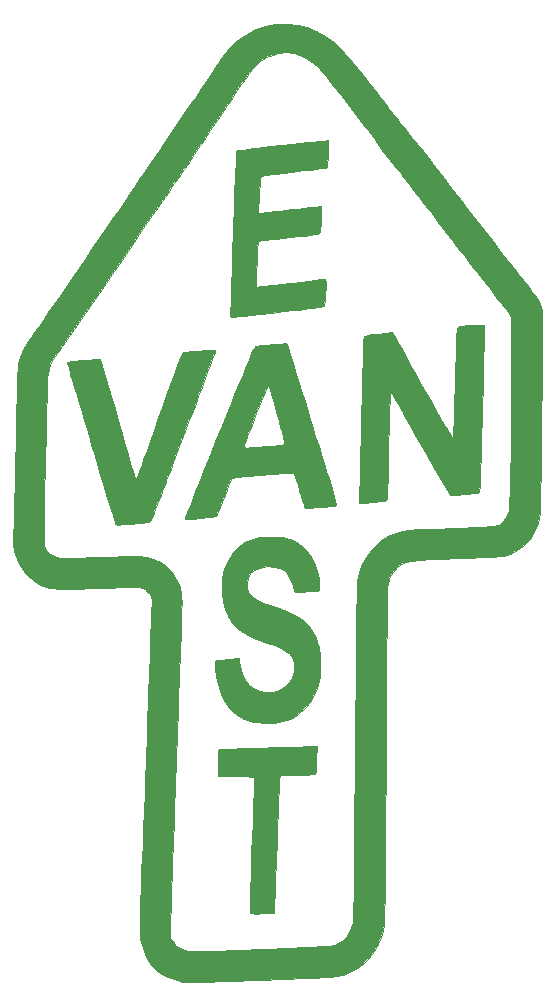
<source format=gbr>
G04 #@! TF.GenerationSoftware,KiCad,Pcbnew,5.1.5-52549c5~84~ubuntu18.04.1*
G04 #@! TF.CreationDate,2019-12-06T16:14:56-08:00*
G04 #@! TF.ProjectId,east-van-arrow,65617374-2d76-4616-9e2d-6172726f772e,rev?*
G04 #@! TF.SameCoordinates,Original*
G04 #@! TF.FileFunction,Copper,L1,Top*
G04 #@! TF.FilePolarity,Positive*
%FSLAX46Y46*%
G04 Gerber Fmt 4.6, Leading zero omitted, Abs format (unit mm)*
G04 Created by KiCad (PCBNEW 5.1.5-52549c5~84~ubuntu18.04.1) date 2019-12-06 16:14:56*
%MOMM*%
%LPD*%
G04 APERTURE LIST*
%ADD10C,0.010000*%
G04 APERTURE END LIST*
D10*
G36*
X49237378Y-35377964D02*
G01*
X49265918Y-35384931D01*
X49280146Y-35475613D01*
X49285206Y-35690878D01*
X49281226Y-36002118D01*
X49268333Y-36380723D01*
X49260754Y-36543725D01*
X49205338Y-37652266D01*
X49001914Y-37693590D01*
X48878908Y-37711733D01*
X48622727Y-37744339D01*
X48252753Y-37789120D01*
X47788367Y-37843785D01*
X47248951Y-37906047D01*
X46653888Y-37973617D01*
X46202669Y-38024178D01*
X45474575Y-38106576D01*
X44885966Y-38176329D01*
X44423553Y-38235478D01*
X44074051Y-38286063D01*
X43824173Y-38330123D01*
X43660632Y-38369699D01*
X43570143Y-38406831D01*
X43543106Y-38432545D01*
X43520404Y-38543822D01*
X43495239Y-38782517D01*
X43469560Y-39122637D01*
X43445314Y-39538187D01*
X43424452Y-40003174D01*
X43423509Y-40027878D01*
X43367653Y-41504109D01*
X43550745Y-41503214D01*
X43675951Y-41494093D01*
X43930224Y-41468942D01*
X44290288Y-41430304D01*
X44732864Y-41380721D01*
X45234673Y-41322735D01*
X45613898Y-41277888D01*
X46173950Y-41211745D01*
X46719279Y-41148646D01*
X47219741Y-41091980D01*
X47645189Y-41045137D01*
X47965480Y-41011507D01*
X48088671Y-40999619D01*
X48683384Y-40945780D01*
X48682987Y-41320866D01*
X48677543Y-41567533D01*
X48663321Y-41909038D01*
X48642918Y-42287164D01*
X48632620Y-42450600D01*
X48606351Y-42800538D01*
X48578040Y-43027486D01*
X48539692Y-43161813D01*
X48483312Y-43233889D01*
X48417408Y-43268074D01*
X48301015Y-43291926D01*
X48052597Y-43328694D01*
X47692819Y-43375800D01*
X47242349Y-43430668D01*
X46721851Y-43490722D01*
X46151992Y-43553385D01*
X45993001Y-43570348D01*
X45411007Y-43632684D01*
X44870595Y-43691801D01*
X44392891Y-43745292D01*
X43999024Y-43790747D01*
X43710121Y-43825759D01*
X43547310Y-43847921D01*
X43528396Y-43851249D01*
X43414147Y-43886756D01*
X43347014Y-43960962D01*
X43308463Y-44112549D01*
X43281081Y-44367438D01*
X43264944Y-44599286D01*
X43246029Y-44949443D01*
X43225973Y-45382806D01*
X43206416Y-45864273D01*
X43191158Y-46292764D01*
X43143108Y-47743353D01*
X43668684Y-47696954D01*
X43951407Y-47669599D01*
X44336601Y-47629065D01*
X44774390Y-47580741D01*
X45214899Y-47530016D01*
X45230212Y-47528210D01*
X46174772Y-47416977D01*
X46972345Y-47323762D01*
X47628282Y-47247959D01*
X48147937Y-47188963D01*
X48536662Y-47146169D01*
X48799811Y-47118971D01*
X48942734Y-47106765D01*
X48965074Y-47105922D01*
X49011502Y-47121865D01*
X49041313Y-47184750D01*
X49055826Y-47317160D01*
X49056356Y-47541681D01*
X49044222Y-47880896D01*
X49028861Y-48199426D01*
X49004500Y-48597654D01*
X48975554Y-48942962D01*
X48945125Y-49205375D01*
X48916317Y-49354916D01*
X48907170Y-49375069D01*
X48807668Y-49416818D01*
X48589852Y-49465983D01*
X48288223Y-49515768D01*
X48013977Y-49550999D01*
X47679764Y-49588951D01*
X47231483Y-49639925D01*
X46707550Y-49699547D01*
X46146382Y-49763448D01*
X45586395Y-49827253D01*
X45498792Y-49837239D01*
X44437394Y-49957980D01*
X43525634Y-50061152D01*
X42760720Y-50147062D01*
X42139859Y-50216018D01*
X41660260Y-50268330D01*
X41319131Y-50304305D01*
X41113679Y-50324252D01*
X41046130Y-50328882D01*
X40995178Y-50275409D01*
X40974876Y-50103786D01*
X40982377Y-49810907D01*
X40991863Y-49606008D01*
X41005015Y-49271049D01*
X41021018Y-48829376D01*
X41039061Y-48304337D01*
X41058332Y-47719280D01*
X41078017Y-47097552D01*
X41087191Y-46798973D01*
X41122310Y-45665931D01*
X41158176Y-44549422D01*
X41194381Y-43459865D01*
X41230519Y-42407678D01*
X41266182Y-41403280D01*
X41300964Y-40457089D01*
X41334457Y-39579524D01*
X41366255Y-38781003D01*
X41395950Y-38071946D01*
X41423135Y-37462770D01*
X41447403Y-36963894D01*
X41468348Y-36585738D01*
X41485562Y-36338718D01*
X41498638Y-36233255D01*
X41500088Y-36230406D01*
X41579691Y-36215285D01*
X41789404Y-36185968D01*
X42106814Y-36145296D01*
X42509504Y-36096110D01*
X42975061Y-36041251D01*
X43165666Y-36019293D01*
X44309163Y-35888686D01*
X45308772Y-35775199D01*
X46173023Y-35677947D01*
X46910441Y-35596043D01*
X47529555Y-35528600D01*
X48038892Y-35474731D01*
X48446979Y-35433550D01*
X48762344Y-35404169D01*
X48993513Y-35385703D01*
X49149016Y-35377263D01*
X49237378Y-35377964D01*
G37*
X49237378Y-35377964D02*
X49265918Y-35384931D01*
X49280146Y-35475613D01*
X49285206Y-35690878D01*
X49281226Y-36002118D01*
X49268333Y-36380723D01*
X49260754Y-36543725D01*
X49205338Y-37652266D01*
X49001914Y-37693590D01*
X48878908Y-37711733D01*
X48622727Y-37744339D01*
X48252753Y-37789120D01*
X47788367Y-37843785D01*
X47248951Y-37906047D01*
X46653888Y-37973617D01*
X46202669Y-38024178D01*
X45474575Y-38106576D01*
X44885966Y-38176329D01*
X44423553Y-38235478D01*
X44074051Y-38286063D01*
X43824173Y-38330123D01*
X43660632Y-38369699D01*
X43570143Y-38406831D01*
X43543106Y-38432545D01*
X43520404Y-38543822D01*
X43495239Y-38782517D01*
X43469560Y-39122637D01*
X43445314Y-39538187D01*
X43424452Y-40003174D01*
X43423509Y-40027878D01*
X43367653Y-41504109D01*
X43550745Y-41503214D01*
X43675951Y-41494093D01*
X43930224Y-41468942D01*
X44290288Y-41430304D01*
X44732864Y-41380721D01*
X45234673Y-41322735D01*
X45613898Y-41277888D01*
X46173950Y-41211745D01*
X46719279Y-41148646D01*
X47219741Y-41091980D01*
X47645189Y-41045137D01*
X47965480Y-41011507D01*
X48088671Y-40999619D01*
X48683384Y-40945780D01*
X48682987Y-41320866D01*
X48677543Y-41567533D01*
X48663321Y-41909038D01*
X48642918Y-42287164D01*
X48632620Y-42450600D01*
X48606351Y-42800538D01*
X48578040Y-43027486D01*
X48539692Y-43161813D01*
X48483312Y-43233889D01*
X48417408Y-43268074D01*
X48301015Y-43291926D01*
X48052597Y-43328694D01*
X47692819Y-43375800D01*
X47242349Y-43430668D01*
X46721851Y-43490722D01*
X46151992Y-43553385D01*
X45993001Y-43570348D01*
X45411007Y-43632684D01*
X44870595Y-43691801D01*
X44392891Y-43745292D01*
X43999024Y-43790747D01*
X43710121Y-43825759D01*
X43547310Y-43847921D01*
X43528396Y-43851249D01*
X43414147Y-43886756D01*
X43347014Y-43960962D01*
X43308463Y-44112549D01*
X43281081Y-44367438D01*
X43264944Y-44599286D01*
X43246029Y-44949443D01*
X43225973Y-45382806D01*
X43206416Y-45864273D01*
X43191158Y-46292764D01*
X43143108Y-47743353D01*
X43668684Y-47696954D01*
X43951407Y-47669599D01*
X44336601Y-47629065D01*
X44774390Y-47580741D01*
X45214899Y-47530016D01*
X45230212Y-47528210D01*
X46174772Y-47416977D01*
X46972345Y-47323762D01*
X47628282Y-47247959D01*
X48147937Y-47188963D01*
X48536662Y-47146169D01*
X48799811Y-47118971D01*
X48942734Y-47106765D01*
X48965074Y-47105922D01*
X49011502Y-47121865D01*
X49041313Y-47184750D01*
X49055826Y-47317160D01*
X49056356Y-47541681D01*
X49044222Y-47880896D01*
X49028861Y-48199426D01*
X49004500Y-48597654D01*
X48975554Y-48942962D01*
X48945125Y-49205375D01*
X48916317Y-49354916D01*
X48907170Y-49375069D01*
X48807668Y-49416818D01*
X48589852Y-49465983D01*
X48288223Y-49515768D01*
X48013977Y-49550999D01*
X47679764Y-49588951D01*
X47231483Y-49639925D01*
X46707550Y-49699547D01*
X46146382Y-49763448D01*
X45586395Y-49827253D01*
X45498792Y-49837239D01*
X44437394Y-49957980D01*
X43525634Y-50061152D01*
X42760720Y-50147062D01*
X42139859Y-50216018D01*
X41660260Y-50268330D01*
X41319131Y-50304305D01*
X41113679Y-50324252D01*
X41046130Y-50328882D01*
X40995178Y-50275409D01*
X40974876Y-50103786D01*
X40982377Y-49810907D01*
X40991863Y-49606008D01*
X41005015Y-49271049D01*
X41021018Y-48829376D01*
X41039061Y-48304337D01*
X41058332Y-47719280D01*
X41078017Y-47097552D01*
X41087191Y-46798973D01*
X41122310Y-45665931D01*
X41158176Y-44549422D01*
X41194381Y-43459865D01*
X41230519Y-42407678D01*
X41266182Y-41403280D01*
X41300964Y-40457089D01*
X41334457Y-39579524D01*
X41366255Y-38781003D01*
X41395950Y-38071946D01*
X41423135Y-37462770D01*
X41447403Y-36963894D01*
X41468348Y-36585738D01*
X41485562Y-36338718D01*
X41498638Y-36233255D01*
X41500088Y-36230406D01*
X41579691Y-36215285D01*
X41789404Y-36185968D01*
X42106814Y-36145296D01*
X42509504Y-36096110D01*
X42975061Y-36041251D01*
X43165666Y-36019293D01*
X44309163Y-35888686D01*
X45308772Y-35775199D01*
X46173023Y-35677947D01*
X46910441Y-35596043D01*
X47529555Y-35528600D01*
X48038892Y-35474731D01*
X48446979Y-35433550D01*
X48762344Y-35404169D01*
X48993513Y-35385703D01*
X49149016Y-35377263D01*
X49237378Y-35377964D01*
G36*
X62411307Y-50988710D02*
G01*
X62425406Y-50994892D01*
X62435165Y-51053600D01*
X62441084Y-51209181D01*
X62443069Y-51465763D01*
X62441027Y-51827474D01*
X62434861Y-52298441D01*
X62424477Y-52882791D01*
X62409782Y-53584653D01*
X62390681Y-54408154D01*
X62367079Y-55357422D01*
X62338881Y-56436583D01*
X62305993Y-57649767D01*
X62268322Y-59001099D01*
X62225771Y-60494709D01*
X62178247Y-62134724D01*
X62142400Y-63357465D01*
X62125523Y-63864728D01*
X62106707Y-64318576D01*
X62087161Y-64697251D01*
X62068091Y-64978994D01*
X62050705Y-65142046D01*
X62041630Y-65173827D01*
X61950856Y-65191530D01*
X61738036Y-65218267D01*
X61434085Y-65250534D01*
X61069918Y-65284825D01*
X61036154Y-65287811D01*
X60644411Y-65323060D01*
X60286860Y-65356659D01*
X60003173Y-65384790D01*
X59833764Y-65403539D01*
X59588676Y-65435056D01*
X58346049Y-63272755D01*
X57824480Y-62364844D01*
X57372607Y-61577493D01*
X56983389Y-60898349D01*
X56649786Y-60315056D01*
X56364756Y-59815263D01*
X56121258Y-59386615D01*
X55912251Y-59016759D01*
X55730695Y-58693343D01*
X55569549Y-58404011D01*
X55517239Y-58309547D01*
X55239341Y-57808649D01*
X55024994Y-57426703D01*
X54864792Y-57147635D01*
X54749328Y-56955371D01*
X54669197Y-56833839D01*
X54614993Y-56766963D01*
X54613930Y-56765894D01*
X54581931Y-56751068D01*
X54553654Y-56781527D01*
X54528532Y-56867524D01*
X54505999Y-57019316D01*
X54485490Y-57247158D01*
X54466437Y-57561304D01*
X54448274Y-57972011D01*
X54430435Y-58489533D01*
X54412353Y-59124126D01*
X54393463Y-59886045D01*
X54373198Y-60785544D01*
X54361303Y-61340665D01*
X54344550Y-62100807D01*
X54327264Y-62826018D01*
X54309938Y-63499454D01*
X54293063Y-64104273D01*
X54277133Y-64623632D01*
X54262639Y-65040689D01*
X54250073Y-65338602D01*
X54239929Y-65500527D01*
X54239610Y-65503656D01*
X54208402Y-65738884D01*
X54163074Y-65859642D01*
X54080122Y-65904646D01*
X53991911Y-65911692D01*
X53836904Y-65921258D01*
X53567347Y-65943466D01*
X53221330Y-65974993D01*
X52841775Y-66012028D01*
X52478060Y-66043653D01*
X52172868Y-66060710D01*
X51956774Y-66062166D01*
X51860354Y-66046988D01*
X51858848Y-66045230D01*
X51850297Y-65933751D01*
X51854386Y-65925710D01*
X51865082Y-65836630D01*
X51878087Y-65614611D01*
X51892600Y-65280157D01*
X51907822Y-64853774D01*
X51922953Y-64355964D01*
X51937194Y-63807231D01*
X51937455Y-63796254D01*
X51952263Y-63184603D01*
X51970267Y-62459587D01*
X51990444Y-61661259D01*
X52011772Y-60829671D01*
X52033229Y-60004876D01*
X52053792Y-59226924D01*
X52059862Y-59000181D01*
X52079965Y-58241632D01*
X52101246Y-57420726D01*
X52122680Y-56578196D01*
X52143243Y-55754777D01*
X52161911Y-54991202D01*
X52177661Y-54328204D01*
X52181627Y-54156577D01*
X52196190Y-53598857D01*
X52212872Y-53089916D01*
X52230725Y-52650361D01*
X52248801Y-52300799D01*
X52266155Y-52061839D01*
X52281837Y-51954088D01*
X52282981Y-51951769D01*
X52389888Y-51896822D01*
X52635479Y-51839201D01*
X53005046Y-51781194D01*
X53483878Y-51725085D01*
X54057266Y-51673163D01*
X54093354Y-51670310D01*
X54707251Y-51622135D01*
X55056632Y-52260856D01*
X55198526Y-52518286D01*
X55405870Y-52891721D01*
X55668748Y-53363475D01*
X55977240Y-53915860D01*
X56321430Y-54531187D01*
X56691399Y-55191771D01*
X57077229Y-55879922D01*
X57469003Y-56577955D01*
X57856802Y-57268181D01*
X58230708Y-57932912D01*
X58580804Y-58554462D01*
X58897171Y-59115143D01*
X59169892Y-59597267D01*
X59217246Y-59680806D01*
X59461154Y-60097616D01*
X59641653Y-60375881D01*
X59759394Y-60516523D01*
X59812981Y-60524915D01*
X59830101Y-60422590D01*
X59848883Y-60188166D01*
X59868268Y-59842993D01*
X59887202Y-59408421D01*
X59904627Y-58905800D01*
X59918786Y-58386284D01*
X59933783Y-57774840D01*
X59949863Y-57152541D01*
X59966055Y-56554747D01*
X59981384Y-56016815D01*
X59994879Y-55574101D01*
X60002171Y-55355166D01*
X60015977Y-54950686D01*
X60032852Y-54438785D01*
X60051312Y-53865449D01*
X60069876Y-53276665D01*
X60085561Y-52767808D01*
X60103303Y-52228083D01*
X60120585Y-51822619D01*
X60139464Y-51532221D01*
X60161995Y-51337696D01*
X60190234Y-51219850D01*
X60226236Y-51159490D01*
X60259863Y-51140310D01*
X60423579Y-51108300D01*
X60686171Y-51075401D01*
X61013231Y-51043923D01*
X61370352Y-51016176D01*
X61723127Y-50994471D01*
X62037149Y-50981118D01*
X62278012Y-50978428D01*
X62411307Y-50988710D01*
G37*
X62411307Y-50988710D02*
X62425406Y-50994892D01*
X62435165Y-51053600D01*
X62441084Y-51209181D01*
X62443069Y-51465763D01*
X62441027Y-51827474D01*
X62434861Y-52298441D01*
X62424477Y-52882791D01*
X62409782Y-53584653D01*
X62390681Y-54408154D01*
X62367079Y-55357422D01*
X62338881Y-56436583D01*
X62305993Y-57649767D01*
X62268322Y-59001099D01*
X62225771Y-60494709D01*
X62178247Y-62134724D01*
X62142400Y-63357465D01*
X62125523Y-63864728D01*
X62106707Y-64318576D01*
X62087161Y-64697251D01*
X62068091Y-64978994D01*
X62050705Y-65142046D01*
X62041630Y-65173827D01*
X61950856Y-65191530D01*
X61738036Y-65218267D01*
X61434085Y-65250534D01*
X61069918Y-65284825D01*
X61036154Y-65287811D01*
X60644411Y-65323060D01*
X60286860Y-65356659D01*
X60003173Y-65384790D01*
X59833764Y-65403539D01*
X59588676Y-65435056D01*
X58346049Y-63272755D01*
X57824480Y-62364844D01*
X57372607Y-61577493D01*
X56983389Y-60898349D01*
X56649786Y-60315056D01*
X56364756Y-59815263D01*
X56121258Y-59386615D01*
X55912251Y-59016759D01*
X55730695Y-58693343D01*
X55569549Y-58404011D01*
X55517239Y-58309547D01*
X55239341Y-57808649D01*
X55024994Y-57426703D01*
X54864792Y-57147635D01*
X54749328Y-56955371D01*
X54669197Y-56833839D01*
X54614993Y-56766963D01*
X54613930Y-56765894D01*
X54581931Y-56751068D01*
X54553654Y-56781527D01*
X54528532Y-56867524D01*
X54505999Y-57019316D01*
X54485490Y-57247158D01*
X54466437Y-57561304D01*
X54448274Y-57972011D01*
X54430435Y-58489533D01*
X54412353Y-59124126D01*
X54393463Y-59886045D01*
X54373198Y-60785544D01*
X54361303Y-61340665D01*
X54344550Y-62100807D01*
X54327264Y-62826018D01*
X54309938Y-63499454D01*
X54293063Y-64104273D01*
X54277133Y-64623632D01*
X54262639Y-65040689D01*
X54250073Y-65338602D01*
X54239929Y-65500527D01*
X54239610Y-65503656D01*
X54208402Y-65738884D01*
X54163074Y-65859642D01*
X54080122Y-65904646D01*
X53991911Y-65911692D01*
X53836904Y-65921258D01*
X53567347Y-65943466D01*
X53221330Y-65974993D01*
X52841775Y-66012028D01*
X52478060Y-66043653D01*
X52172868Y-66060710D01*
X51956774Y-66062166D01*
X51860354Y-66046988D01*
X51858848Y-66045230D01*
X51850297Y-65933751D01*
X51854386Y-65925710D01*
X51865082Y-65836630D01*
X51878087Y-65614611D01*
X51892600Y-65280157D01*
X51907822Y-64853774D01*
X51922953Y-64355964D01*
X51937194Y-63807231D01*
X51937455Y-63796254D01*
X51952263Y-63184603D01*
X51970267Y-62459587D01*
X51990444Y-61661259D01*
X52011772Y-60829671D01*
X52033229Y-60004876D01*
X52053792Y-59226924D01*
X52059862Y-59000181D01*
X52079965Y-58241632D01*
X52101246Y-57420726D01*
X52122680Y-56578196D01*
X52143243Y-55754777D01*
X52161911Y-54991202D01*
X52177661Y-54328204D01*
X52181627Y-54156577D01*
X52196190Y-53598857D01*
X52212872Y-53089916D01*
X52230725Y-52650361D01*
X52248801Y-52300799D01*
X52266155Y-52061839D01*
X52281837Y-51954088D01*
X52282981Y-51951769D01*
X52389888Y-51896822D01*
X52635479Y-51839201D01*
X53005046Y-51781194D01*
X53483878Y-51725085D01*
X54057266Y-51673163D01*
X54093354Y-51670310D01*
X54707251Y-51622135D01*
X55056632Y-52260856D01*
X55198526Y-52518286D01*
X55405870Y-52891721D01*
X55668748Y-53363475D01*
X55977240Y-53915860D01*
X56321430Y-54531187D01*
X56691399Y-55191771D01*
X57077229Y-55879922D01*
X57469003Y-56577955D01*
X57856802Y-57268181D01*
X58230708Y-57932912D01*
X58580804Y-58554462D01*
X58897171Y-59115143D01*
X59169892Y-59597267D01*
X59217246Y-59680806D01*
X59461154Y-60097616D01*
X59641653Y-60375881D01*
X59759394Y-60516523D01*
X59812981Y-60524915D01*
X59830101Y-60422590D01*
X59848883Y-60188166D01*
X59868268Y-59842993D01*
X59887202Y-59408421D01*
X59904627Y-58905800D01*
X59918786Y-58386284D01*
X59933783Y-57774840D01*
X59949863Y-57152541D01*
X59966055Y-56554747D01*
X59981384Y-56016815D01*
X59994879Y-55574101D01*
X60002171Y-55355166D01*
X60015977Y-54950686D01*
X60032852Y-54438785D01*
X60051312Y-53865449D01*
X60069876Y-53276665D01*
X60085561Y-52767808D01*
X60103303Y-52228083D01*
X60120585Y-51822619D01*
X60139464Y-51532221D01*
X60161995Y-51337696D01*
X60190234Y-51219850D01*
X60226236Y-51159490D01*
X60259863Y-51140310D01*
X60423579Y-51108300D01*
X60686171Y-51075401D01*
X61013231Y-51043923D01*
X61370352Y-51016176D01*
X61723127Y-50994471D01*
X62037149Y-50981118D01*
X62278012Y-50978428D01*
X62411307Y-50988710D01*
G36*
X45727697Y-52565743D02*
G01*
X45761337Y-52649364D01*
X45836558Y-52870081D01*
X45950284Y-53218156D01*
X46099443Y-53683852D01*
X46280962Y-54257429D01*
X46491767Y-54929149D01*
X46728785Y-55689274D01*
X46988942Y-56528065D01*
X47269164Y-57435785D01*
X47443546Y-58002598D01*
X47658208Y-58699582D01*
X47906337Y-59502499D01*
X48175372Y-60370874D01*
X48452752Y-61264232D01*
X48725915Y-62142097D01*
X48982301Y-62963993D01*
X49106264Y-63360432D01*
X49303112Y-63993474D01*
X49483005Y-64580008D01*
X49641240Y-65104088D01*
X49773115Y-65549773D01*
X49873926Y-65901119D01*
X49938973Y-66142183D01*
X49963551Y-66257022D01*
X49962743Y-66264226D01*
X49868082Y-66291472D01*
X49652662Y-66323694D01*
X49347478Y-66358461D01*
X48983530Y-66393341D01*
X48591814Y-66425903D01*
X48203329Y-66453716D01*
X47849072Y-66474349D01*
X47560040Y-66485371D01*
X47367232Y-66484350D01*
X47302705Y-66472855D01*
X47261094Y-66381201D01*
X47184202Y-66166248D01*
X47079966Y-65851962D01*
X46956320Y-65462308D01*
X46821201Y-65021251D01*
X46812672Y-64992912D01*
X46676870Y-64549275D01*
X46551696Y-64155416D01*
X46445157Y-63835349D01*
X46365260Y-63613089D01*
X46320012Y-63512649D01*
X46318562Y-63511009D01*
X46227599Y-63500354D01*
X46005825Y-63503702D01*
X45675083Y-63519190D01*
X45257216Y-63544953D01*
X44774064Y-63579127D01*
X44247471Y-63619849D01*
X43699277Y-63665255D01*
X43151325Y-63713481D01*
X42625457Y-63762663D01*
X42143515Y-63810937D01*
X41727341Y-63856438D01*
X41398777Y-63897305D01*
X41179664Y-63931671D01*
X41092402Y-63956988D01*
X41046891Y-64046470D01*
X40955795Y-64257360D01*
X40828126Y-64567631D01*
X40672898Y-64955255D01*
X40499123Y-65398207D01*
X40435985Y-65561209D01*
X40258736Y-66016879D01*
X40097963Y-66423701D01*
X39962451Y-66759971D01*
X39860983Y-67003982D01*
X39802345Y-67134030D01*
X39793483Y-67148695D01*
X39690714Y-67180456D01*
X39435143Y-67220368D01*
X39027224Y-67268379D01*
X38467411Y-67324435D01*
X37756155Y-67388485D01*
X37662931Y-67396510D01*
X37409996Y-67411641D01*
X37224376Y-67410521D01*
X37153820Y-67396700D01*
X37145669Y-67383110D01*
X37145027Y-67356064D01*
X37156132Y-67304676D01*
X37183222Y-67218054D01*
X37230535Y-67085311D01*
X37302309Y-66895557D01*
X37402782Y-66637902D01*
X37536192Y-66301458D01*
X37706777Y-65875336D01*
X37918775Y-65348647D01*
X38176423Y-64710500D01*
X38483960Y-63950008D01*
X38779071Y-63220725D01*
X39093999Y-62442144D01*
X39443660Y-61576959D01*
X39545886Y-61323845D01*
X42102104Y-61323845D01*
X42176586Y-61364306D01*
X42359421Y-61378205D01*
X42464330Y-61379033D01*
X42675697Y-61371858D01*
X43004222Y-61352021D01*
X43414346Y-61322059D01*
X43870508Y-61284505D01*
X44180682Y-61256684D01*
X44616249Y-61213189D01*
X44998741Y-61169189D01*
X45301859Y-61128178D01*
X45499304Y-61093646D01*
X45563448Y-61073085D01*
X45555810Y-60990934D01*
X45511536Y-60782496D01*
X45436389Y-60468989D01*
X45336130Y-60071628D01*
X45216522Y-59611629D01*
X45083327Y-59110208D01*
X44942306Y-58588580D01*
X44799223Y-58067963D01*
X44659840Y-57569571D01*
X44529918Y-57114621D01*
X44415219Y-56724329D01*
X44321506Y-56419911D01*
X44254541Y-56222582D01*
X44230964Y-56166937D01*
X44174026Y-56125318D01*
X44097134Y-56211004D01*
X44052591Y-56291552D01*
X43999055Y-56412276D01*
X43898626Y-56654658D01*
X43759740Y-56997260D01*
X43590832Y-57418645D01*
X43400337Y-57897376D01*
X43196692Y-58412016D01*
X42988331Y-58941128D01*
X42783689Y-59463275D01*
X42591203Y-59957019D01*
X42419308Y-60400923D01*
X42276439Y-60773551D01*
X42171032Y-61053464D01*
X42111522Y-61219227D01*
X42103527Y-61244743D01*
X42102104Y-61323845D01*
X39545886Y-61323845D01*
X39811499Y-60666182D01*
X40180959Y-59750826D01*
X40535486Y-58871902D01*
X40858524Y-58070421D01*
X41024904Y-57657281D01*
X41407672Y-56707132D01*
X41737823Y-55889500D01*
X42019682Y-55194380D01*
X42257570Y-54611766D01*
X42455812Y-54131654D01*
X42618729Y-53744038D01*
X42750644Y-53438915D01*
X42855881Y-53206279D01*
X42938763Y-53036125D01*
X43003611Y-52918449D01*
X43054750Y-52843245D01*
X43096501Y-52800509D01*
X43131974Y-52780664D01*
X43250993Y-52757952D01*
X43483674Y-52728819D01*
X43799045Y-52695829D01*
X44166136Y-52661548D01*
X44553976Y-52628539D01*
X44931595Y-52599367D01*
X45268021Y-52576595D01*
X45532284Y-52562789D01*
X45693412Y-52560513D01*
X45727697Y-52565743D01*
G37*
X45727697Y-52565743D02*
X45761337Y-52649364D01*
X45836558Y-52870081D01*
X45950284Y-53218156D01*
X46099443Y-53683852D01*
X46280962Y-54257429D01*
X46491767Y-54929149D01*
X46728785Y-55689274D01*
X46988942Y-56528065D01*
X47269164Y-57435785D01*
X47443546Y-58002598D01*
X47658208Y-58699582D01*
X47906337Y-59502499D01*
X48175372Y-60370874D01*
X48452752Y-61264232D01*
X48725915Y-62142097D01*
X48982301Y-62963993D01*
X49106264Y-63360432D01*
X49303112Y-63993474D01*
X49483005Y-64580008D01*
X49641240Y-65104088D01*
X49773115Y-65549773D01*
X49873926Y-65901119D01*
X49938973Y-66142183D01*
X49963551Y-66257022D01*
X49962743Y-66264226D01*
X49868082Y-66291472D01*
X49652662Y-66323694D01*
X49347478Y-66358461D01*
X48983530Y-66393341D01*
X48591814Y-66425903D01*
X48203329Y-66453716D01*
X47849072Y-66474349D01*
X47560040Y-66485371D01*
X47367232Y-66484350D01*
X47302705Y-66472855D01*
X47261094Y-66381201D01*
X47184202Y-66166248D01*
X47079966Y-65851962D01*
X46956320Y-65462308D01*
X46821201Y-65021251D01*
X46812672Y-64992912D01*
X46676870Y-64549275D01*
X46551696Y-64155416D01*
X46445157Y-63835349D01*
X46365260Y-63613089D01*
X46320012Y-63512649D01*
X46318562Y-63511009D01*
X46227599Y-63500354D01*
X46005825Y-63503702D01*
X45675083Y-63519190D01*
X45257216Y-63544953D01*
X44774064Y-63579127D01*
X44247471Y-63619849D01*
X43699277Y-63665255D01*
X43151325Y-63713481D01*
X42625457Y-63762663D01*
X42143515Y-63810937D01*
X41727341Y-63856438D01*
X41398777Y-63897305D01*
X41179664Y-63931671D01*
X41092402Y-63956988D01*
X41046891Y-64046470D01*
X40955795Y-64257360D01*
X40828126Y-64567631D01*
X40672898Y-64955255D01*
X40499123Y-65398207D01*
X40435985Y-65561209D01*
X40258736Y-66016879D01*
X40097963Y-66423701D01*
X39962451Y-66759971D01*
X39860983Y-67003982D01*
X39802345Y-67134030D01*
X39793483Y-67148695D01*
X39690714Y-67180456D01*
X39435143Y-67220368D01*
X39027224Y-67268379D01*
X38467411Y-67324435D01*
X37756155Y-67388485D01*
X37662931Y-67396510D01*
X37409996Y-67411641D01*
X37224376Y-67410521D01*
X37153820Y-67396700D01*
X37145669Y-67383110D01*
X37145027Y-67356064D01*
X37156132Y-67304676D01*
X37183222Y-67218054D01*
X37230535Y-67085311D01*
X37302309Y-66895557D01*
X37402782Y-66637902D01*
X37536192Y-66301458D01*
X37706777Y-65875336D01*
X37918775Y-65348647D01*
X38176423Y-64710500D01*
X38483960Y-63950008D01*
X38779071Y-63220725D01*
X39093999Y-62442144D01*
X39443660Y-61576959D01*
X39545886Y-61323845D01*
X42102104Y-61323845D01*
X42176586Y-61364306D01*
X42359421Y-61378205D01*
X42464330Y-61379033D01*
X42675697Y-61371858D01*
X43004222Y-61352021D01*
X43414346Y-61322059D01*
X43870508Y-61284505D01*
X44180682Y-61256684D01*
X44616249Y-61213189D01*
X44998741Y-61169189D01*
X45301859Y-61128178D01*
X45499304Y-61093646D01*
X45563448Y-61073085D01*
X45555810Y-60990934D01*
X45511536Y-60782496D01*
X45436389Y-60468989D01*
X45336130Y-60071628D01*
X45216522Y-59611629D01*
X45083327Y-59110208D01*
X44942306Y-58588580D01*
X44799223Y-58067963D01*
X44659840Y-57569571D01*
X44529918Y-57114621D01*
X44415219Y-56724329D01*
X44321506Y-56419911D01*
X44254541Y-56222582D01*
X44230964Y-56166937D01*
X44174026Y-56125318D01*
X44097134Y-56211004D01*
X44052591Y-56291552D01*
X43999055Y-56412276D01*
X43898626Y-56654658D01*
X43759740Y-56997260D01*
X43590832Y-57418645D01*
X43400337Y-57897376D01*
X43196692Y-58412016D01*
X42988331Y-58941128D01*
X42783689Y-59463275D01*
X42591203Y-59957019D01*
X42419308Y-60400923D01*
X42276439Y-60773551D01*
X42171032Y-61053464D01*
X42111522Y-61219227D01*
X42103527Y-61244743D01*
X42102104Y-61323845D01*
X39545886Y-61323845D01*
X39811499Y-60666182D01*
X40180959Y-59750826D01*
X40535486Y-58871902D01*
X40858524Y-58070421D01*
X41024904Y-57657281D01*
X41407672Y-56707132D01*
X41737823Y-55889500D01*
X42019682Y-55194380D01*
X42257570Y-54611766D01*
X42455812Y-54131654D01*
X42618729Y-53744038D01*
X42750644Y-53438915D01*
X42855881Y-53206279D01*
X42938763Y-53036125D01*
X43003611Y-52918449D01*
X43054750Y-52843245D01*
X43096501Y-52800509D01*
X43131974Y-52780664D01*
X43250993Y-52757952D01*
X43483674Y-52728819D01*
X43799045Y-52695829D01*
X44166136Y-52661548D01*
X44553976Y-52628539D01*
X44931595Y-52599367D01*
X45268021Y-52576595D01*
X45532284Y-52562789D01*
X45693412Y-52560513D01*
X45727697Y-52565743D01*
G36*
X39618467Y-53136633D02*
G01*
X39703453Y-53151915D01*
X39704193Y-53154160D01*
X39675894Y-53254714D01*
X39592936Y-53494653D01*
X39456623Y-53870452D01*
X39268260Y-54378588D01*
X39029150Y-55015537D01*
X38740596Y-55777777D01*
X38477913Y-56467855D01*
X38288778Y-56964234D01*
X38058377Y-57569773D01*
X37799770Y-58250094D01*
X37526017Y-58970822D01*
X37250179Y-59697578D01*
X36985317Y-60395986D01*
X36903578Y-60611662D01*
X36656543Y-61262830D01*
X36404272Y-61926412D01*
X36157630Y-62573923D01*
X35927483Y-63176877D01*
X35724699Y-63706790D01*
X35560145Y-64135175D01*
X35498442Y-64295046D01*
X35301849Y-64803813D01*
X35084583Y-65367000D01*
X34870039Y-65923908D01*
X34681614Y-66413840D01*
X34640686Y-66520423D01*
X34493753Y-66895616D01*
X34360761Y-67221206D01*
X34253518Y-67469302D01*
X34183831Y-67612013D01*
X34169790Y-67632668D01*
X34073175Y-67662878D01*
X33848958Y-67700654D01*
X33522629Y-67742703D01*
X33119674Y-67785729D01*
X32679622Y-67825289D01*
X32177568Y-67865341D01*
X31807817Y-67891084D01*
X31549867Y-67902522D01*
X31383218Y-67899662D01*
X31287366Y-67882511D01*
X31241810Y-67851075D01*
X31230194Y-67825732D01*
X31196181Y-67710431D01*
X31123650Y-67468619D01*
X31018757Y-67120612D01*
X30887658Y-66686729D01*
X30736509Y-66187285D01*
X30571466Y-65642599D01*
X30398684Y-65072988D01*
X30224320Y-64498768D01*
X30054529Y-63940257D01*
X29895468Y-63417772D01*
X29765165Y-62990514D01*
X29597797Y-62437990D01*
X29412712Y-61819841D01*
X29228258Y-61197780D01*
X29062782Y-60633515D01*
X29000820Y-60419819D01*
X28814960Y-59779289D01*
X28610454Y-59080517D01*
X28395464Y-58350909D01*
X28178151Y-57617872D01*
X27966677Y-56908810D01*
X27769203Y-56251131D01*
X27593889Y-55672239D01*
X27448898Y-55199541D01*
X27389781Y-55009849D01*
X27292472Y-54679281D01*
X27223256Y-54402655D01*
X27189443Y-54212282D01*
X27193597Y-54142822D01*
X27296070Y-54107038D01*
X27523636Y-54067389D01*
X27848067Y-54026807D01*
X28241133Y-53988228D01*
X28674605Y-53954585D01*
X29120253Y-53928813D01*
X29339620Y-53919768D01*
X29985885Y-53897160D01*
X30893534Y-57043384D01*
X31094720Y-57741119D01*
X31289864Y-58418573D01*
X31473261Y-59055884D01*
X31639201Y-59633193D01*
X31781979Y-60130636D01*
X31895886Y-60528355D01*
X31975215Y-60806487D01*
X31996109Y-60880242D01*
X32218239Y-61659692D01*
X32416920Y-62341521D01*
X32589496Y-62917201D01*
X32733310Y-63378207D01*
X32845705Y-63716014D01*
X32924026Y-63922096D01*
X32964496Y-63988097D01*
X32986530Y-63982129D01*
X33012415Y-63957341D01*
X33046044Y-63903403D01*
X33091315Y-63809987D01*
X33152122Y-63666764D01*
X33232361Y-63463405D01*
X33335926Y-63189582D01*
X33466714Y-62834966D01*
X33628620Y-62389228D01*
X33825539Y-61842040D01*
X34061366Y-61183073D01*
X34339998Y-60401998D01*
X34665328Y-59488486D01*
X34729882Y-59307130D01*
X35109880Y-58239412D01*
X35441866Y-57307000D01*
X35729453Y-56500669D01*
X35976251Y-55811195D01*
X36185875Y-55229353D01*
X36361935Y-54745917D01*
X36508045Y-54351664D01*
X36627816Y-54037367D01*
X36724862Y-53793803D01*
X36802794Y-53611745D01*
X36865225Y-53481970D01*
X36915768Y-53395253D01*
X36958034Y-53342369D01*
X36995636Y-53314092D01*
X37032186Y-53301198D01*
X37071297Y-53294462D01*
X37085330Y-53292028D01*
X37306507Y-53260120D01*
X37614025Y-53228670D01*
X37978353Y-53199232D01*
X38369956Y-53173360D01*
X38759303Y-53152609D01*
X39116859Y-53138535D01*
X39413091Y-53132691D01*
X39618467Y-53136633D01*
G37*
X39618467Y-53136633D02*
X39703453Y-53151915D01*
X39704193Y-53154160D01*
X39675894Y-53254714D01*
X39592936Y-53494653D01*
X39456623Y-53870452D01*
X39268260Y-54378588D01*
X39029150Y-55015537D01*
X38740596Y-55777777D01*
X38477913Y-56467855D01*
X38288778Y-56964234D01*
X38058377Y-57569773D01*
X37799770Y-58250094D01*
X37526017Y-58970822D01*
X37250179Y-59697578D01*
X36985317Y-60395986D01*
X36903578Y-60611662D01*
X36656543Y-61262830D01*
X36404272Y-61926412D01*
X36157630Y-62573923D01*
X35927483Y-63176877D01*
X35724699Y-63706790D01*
X35560145Y-64135175D01*
X35498442Y-64295046D01*
X35301849Y-64803813D01*
X35084583Y-65367000D01*
X34870039Y-65923908D01*
X34681614Y-66413840D01*
X34640686Y-66520423D01*
X34493753Y-66895616D01*
X34360761Y-67221206D01*
X34253518Y-67469302D01*
X34183831Y-67612013D01*
X34169790Y-67632668D01*
X34073175Y-67662878D01*
X33848958Y-67700654D01*
X33522629Y-67742703D01*
X33119674Y-67785729D01*
X32679622Y-67825289D01*
X32177568Y-67865341D01*
X31807817Y-67891084D01*
X31549867Y-67902522D01*
X31383218Y-67899662D01*
X31287366Y-67882511D01*
X31241810Y-67851075D01*
X31230194Y-67825732D01*
X31196181Y-67710431D01*
X31123650Y-67468619D01*
X31018757Y-67120612D01*
X30887658Y-66686729D01*
X30736509Y-66187285D01*
X30571466Y-65642599D01*
X30398684Y-65072988D01*
X30224320Y-64498768D01*
X30054529Y-63940257D01*
X29895468Y-63417772D01*
X29765165Y-62990514D01*
X29597797Y-62437990D01*
X29412712Y-61819841D01*
X29228258Y-61197780D01*
X29062782Y-60633515D01*
X29000820Y-60419819D01*
X28814960Y-59779289D01*
X28610454Y-59080517D01*
X28395464Y-58350909D01*
X28178151Y-57617872D01*
X27966677Y-56908810D01*
X27769203Y-56251131D01*
X27593889Y-55672239D01*
X27448898Y-55199541D01*
X27389781Y-55009849D01*
X27292472Y-54679281D01*
X27223256Y-54402655D01*
X27189443Y-54212282D01*
X27193597Y-54142822D01*
X27296070Y-54107038D01*
X27523636Y-54067389D01*
X27848067Y-54026807D01*
X28241133Y-53988228D01*
X28674605Y-53954585D01*
X29120253Y-53928813D01*
X29339620Y-53919768D01*
X29985885Y-53897160D01*
X30893534Y-57043384D01*
X31094720Y-57741119D01*
X31289864Y-58418573D01*
X31473261Y-59055884D01*
X31639201Y-59633193D01*
X31781979Y-60130636D01*
X31895886Y-60528355D01*
X31975215Y-60806487D01*
X31996109Y-60880242D01*
X32218239Y-61659692D01*
X32416920Y-62341521D01*
X32589496Y-62917201D01*
X32733310Y-63378207D01*
X32845705Y-63716014D01*
X32924026Y-63922096D01*
X32964496Y-63988097D01*
X32986530Y-63982129D01*
X33012415Y-63957341D01*
X33046044Y-63903403D01*
X33091315Y-63809987D01*
X33152122Y-63666764D01*
X33232361Y-63463405D01*
X33335926Y-63189582D01*
X33466714Y-62834966D01*
X33628620Y-62389228D01*
X33825539Y-61842040D01*
X34061366Y-61183073D01*
X34339998Y-60401998D01*
X34665328Y-59488486D01*
X34729882Y-59307130D01*
X35109880Y-58239412D01*
X35441866Y-57307000D01*
X35729453Y-56500669D01*
X35976251Y-55811195D01*
X36185875Y-55229353D01*
X36361935Y-54745917D01*
X36508045Y-54351664D01*
X36627816Y-54037367D01*
X36724862Y-53793803D01*
X36802794Y-53611745D01*
X36865225Y-53481970D01*
X36915768Y-53395253D01*
X36958034Y-53342369D01*
X36995636Y-53314092D01*
X37032186Y-53301198D01*
X37071297Y-53294462D01*
X37085330Y-53292028D01*
X37306507Y-53260120D01*
X37614025Y-53228670D01*
X37978353Y-53199232D01*
X38369956Y-53173360D01*
X38759303Y-53152609D01*
X39116859Y-53138535D01*
X39413091Y-53132691D01*
X39618467Y-53136633D01*
G36*
X44897466Y-68940265D02*
G01*
X45219713Y-68951764D01*
X45470640Y-68977737D01*
X45691304Y-69023744D01*
X45922765Y-69095347D01*
X46102544Y-69159753D01*
X46721250Y-69467365D01*
X47264207Y-69901258D01*
X47720798Y-70448746D01*
X48080408Y-71097142D01*
X48329047Y-71820392D01*
X48401973Y-72158780D01*
X48458084Y-72517225D01*
X48494588Y-72861224D01*
X48508692Y-73156274D01*
X48497604Y-73367873D01*
X48461712Y-73459859D01*
X48341061Y-73491997D01*
X48110187Y-73521126D01*
X47804703Y-73545829D01*
X47460221Y-73564687D01*
X47112353Y-73576280D01*
X46796712Y-73579191D01*
X46548910Y-73572000D01*
X46404560Y-73553289D01*
X46384043Y-73542624D01*
X46335103Y-73423986D01*
X46284934Y-73216325D01*
X46267992Y-73119819D01*
X46162794Y-72700392D01*
X45992350Y-72301651D01*
X45780640Y-71971488D01*
X45603984Y-71793665D01*
X45195805Y-71575866D01*
X44681342Y-71459405D01*
X44071710Y-71446767D01*
X44056863Y-71447704D01*
X43487931Y-71539036D01*
X43030050Y-71729650D01*
X42687474Y-72015720D01*
X42464457Y-72393420D01*
X42365256Y-72858924D01*
X42360461Y-72973323D01*
X42384359Y-73288854D01*
X42474138Y-73566937D01*
X42642585Y-73817687D01*
X42902491Y-74051217D01*
X43266644Y-74277644D01*
X43747831Y-74507081D01*
X44358843Y-74749643D01*
X44812062Y-74912309D01*
X45498721Y-75161436D01*
X46058205Y-75388768D01*
X46512998Y-75606522D01*
X46885582Y-75826920D01*
X47198439Y-76062178D01*
X47474054Y-76324517D01*
X47538037Y-76393840D01*
X47806399Y-76720285D01*
X48018662Y-77055515D01*
X48203546Y-77450703D01*
X48349206Y-77839154D01*
X48430989Y-78083395D01*
X48488991Y-78295433D01*
X48527332Y-78510261D01*
X48550131Y-78762869D01*
X48561507Y-79088249D01*
X48565578Y-79521393D01*
X48565997Y-79680846D01*
X48561384Y-80243443D01*
X48539737Y-80692865D01*
X48492869Y-81069156D01*
X48412592Y-81412361D01*
X48290721Y-81762522D01*
X48119069Y-82159684D01*
X48012772Y-82386812D01*
X47699347Y-82922794D01*
X47295563Y-83425545D01*
X46834066Y-83862458D01*
X46347505Y-84200929D01*
X46051657Y-84345404D01*
X45395574Y-84546997D01*
X44660874Y-84666988D01*
X43901473Y-84701168D01*
X43171287Y-84645329D01*
X42881191Y-84592915D01*
X42164350Y-84364155D01*
X41534406Y-84009605D01*
X40992924Y-83531040D01*
X40541465Y-82930232D01*
X40181595Y-82208957D01*
X39914876Y-81368986D01*
X39870747Y-81177221D01*
X39758255Y-80614271D01*
X39683274Y-80144364D01*
X39646907Y-79780143D01*
X39650259Y-79534248D01*
X39694432Y-79419323D01*
X39716640Y-79412266D01*
X39832518Y-79403198D01*
X40066332Y-79378528D01*
X40383773Y-79342057D01*
X40739415Y-79298965D01*
X41095994Y-79257776D01*
X41393390Y-79229175D01*
X41600718Y-79215731D01*
X41687095Y-79220013D01*
X41687234Y-79220144D01*
X41715667Y-79306953D01*
X41760183Y-79506291D01*
X41812281Y-79779195D01*
X41824988Y-79851421D01*
X41997202Y-80533821D01*
X42256557Y-81090675D01*
X42604252Y-81523589D01*
X43041485Y-81834171D01*
X43415005Y-81983717D01*
X44008396Y-82092929D01*
X44571637Y-82070115D01*
X45087892Y-81926685D01*
X45540322Y-81674050D01*
X45912091Y-81323619D01*
X46186361Y-80886803D01*
X46346296Y-80375012D01*
X46381209Y-79973606D01*
X46361971Y-79604384D01*
X46294378Y-79292996D01*
X46163768Y-79026079D01*
X45955476Y-78790266D01*
X45654838Y-78572194D01*
X45247190Y-78358497D01*
X44717869Y-78135810D01*
X44123740Y-77916094D01*
X43382706Y-77641577D01*
X42773492Y-77388837D01*
X42277852Y-77147486D01*
X41877542Y-76907135D01*
X41554314Y-76657394D01*
X41289924Y-76387874D01*
X41166479Y-76232191D01*
X40780229Y-75639940D01*
X40507543Y-75047814D01*
X40336360Y-74417301D01*
X40254621Y-73709888D01*
X40243431Y-73284370D01*
X40271311Y-72616771D01*
X40365622Y-72035474D01*
X40539246Y-71482950D01*
X40754646Y-71001313D01*
X41157637Y-70353544D01*
X41664523Y-69814780D01*
X42266019Y-69393199D01*
X42896033Y-69115514D01*
X43146973Y-69039238D01*
X43387691Y-68987943D01*
X43658949Y-68957002D01*
X44001506Y-68941790D01*
X44456121Y-68937681D01*
X44462840Y-68937680D01*
X44897466Y-68940265D01*
G37*
X44897466Y-68940265D02*
X45219713Y-68951764D01*
X45470640Y-68977737D01*
X45691304Y-69023744D01*
X45922765Y-69095347D01*
X46102544Y-69159753D01*
X46721250Y-69467365D01*
X47264207Y-69901258D01*
X47720798Y-70448746D01*
X48080408Y-71097142D01*
X48329047Y-71820392D01*
X48401973Y-72158780D01*
X48458084Y-72517225D01*
X48494588Y-72861224D01*
X48508692Y-73156274D01*
X48497604Y-73367873D01*
X48461712Y-73459859D01*
X48341061Y-73491997D01*
X48110187Y-73521126D01*
X47804703Y-73545829D01*
X47460221Y-73564687D01*
X47112353Y-73576280D01*
X46796712Y-73579191D01*
X46548910Y-73572000D01*
X46404560Y-73553289D01*
X46384043Y-73542624D01*
X46335103Y-73423986D01*
X46284934Y-73216325D01*
X46267992Y-73119819D01*
X46162794Y-72700392D01*
X45992350Y-72301651D01*
X45780640Y-71971488D01*
X45603984Y-71793665D01*
X45195805Y-71575866D01*
X44681342Y-71459405D01*
X44071710Y-71446767D01*
X44056863Y-71447704D01*
X43487931Y-71539036D01*
X43030050Y-71729650D01*
X42687474Y-72015720D01*
X42464457Y-72393420D01*
X42365256Y-72858924D01*
X42360461Y-72973323D01*
X42384359Y-73288854D01*
X42474138Y-73566937D01*
X42642585Y-73817687D01*
X42902491Y-74051217D01*
X43266644Y-74277644D01*
X43747831Y-74507081D01*
X44358843Y-74749643D01*
X44812062Y-74912309D01*
X45498721Y-75161436D01*
X46058205Y-75388768D01*
X46512998Y-75606522D01*
X46885582Y-75826920D01*
X47198439Y-76062178D01*
X47474054Y-76324517D01*
X47538037Y-76393840D01*
X47806399Y-76720285D01*
X48018662Y-77055515D01*
X48203546Y-77450703D01*
X48349206Y-77839154D01*
X48430989Y-78083395D01*
X48488991Y-78295433D01*
X48527332Y-78510261D01*
X48550131Y-78762869D01*
X48561507Y-79088249D01*
X48565578Y-79521393D01*
X48565997Y-79680846D01*
X48561384Y-80243443D01*
X48539737Y-80692865D01*
X48492869Y-81069156D01*
X48412592Y-81412361D01*
X48290721Y-81762522D01*
X48119069Y-82159684D01*
X48012772Y-82386812D01*
X47699347Y-82922794D01*
X47295563Y-83425545D01*
X46834066Y-83862458D01*
X46347505Y-84200929D01*
X46051657Y-84345404D01*
X45395574Y-84546997D01*
X44660874Y-84666988D01*
X43901473Y-84701168D01*
X43171287Y-84645329D01*
X42881191Y-84592915D01*
X42164350Y-84364155D01*
X41534406Y-84009605D01*
X40992924Y-83531040D01*
X40541465Y-82930232D01*
X40181595Y-82208957D01*
X39914876Y-81368986D01*
X39870747Y-81177221D01*
X39758255Y-80614271D01*
X39683274Y-80144364D01*
X39646907Y-79780143D01*
X39650259Y-79534248D01*
X39694432Y-79419323D01*
X39716640Y-79412266D01*
X39832518Y-79403198D01*
X40066332Y-79378528D01*
X40383773Y-79342057D01*
X40739415Y-79298965D01*
X41095994Y-79257776D01*
X41393390Y-79229175D01*
X41600718Y-79215731D01*
X41687095Y-79220013D01*
X41687234Y-79220144D01*
X41715667Y-79306953D01*
X41760183Y-79506291D01*
X41812281Y-79779195D01*
X41824988Y-79851421D01*
X41997202Y-80533821D01*
X42256557Y-81090675D01*
X42604252Y-81523589D01*
X43041485Y-81834171D01*
X43415005Y-81983717D01*
X44008396Y-82092929D01*
X44571637Y-82070115D01*
X45087892Y-81926685D01*
X45540322Y-81674050D01*
X45912091Y-81323619D01*
X46186361Y-80886803D01*
X46346296Y-80375012D01*
X46381209Y-79973606D01*
X46361971Y-79604384D01*
X46294378Y-79292996D01*
X46163768Y-79026079D01*
X45955476Y-78790266D01*
X45654838Y-78572194D01*
X45247190Y-78358497D01*
X44717869Y-78135810D01*
X44123740Y-77916094D01*
X43382706Y-77641577D01*
X42773492Y-77388837D01*
X42277852Y-77147486D01*
X41877542Y-76907135D01*
X41554314Y-76657394D01*
X41289924Y-76387874D01*
X41166479Y-76232191D01*
X40780229Y-75639940D01*
X40507543Y-75047814D01*
X40336360Y-74417301D01*
X40254621Y-73709888D01*
X40243431Y-73284370D01*
X40271311Y-72616771D01*
X40365622Y-72035474D01*
X40539246Y-71482950D01*
X40754646Y-71001313D01*
X41157637Y-70353544D01*
X41664523Y-69814780D01*
X42266019Y-69393199D01*
X42896033Y-69115514D01*
X43146973Y-69039238D01*
X43387691Y-68987943D01*
X43658949Y-68957002D01*
X44001506Y-68941790D01*
X44456121Y-68937681D01*
X44462840Y-68937680D01*
X44897466Y-68940265D01*
G36*
X48263100Y-87822535D02*
G01*
X48241931Y-88224017D01*
X48221177Y-88567270D01*
X48202703Y-88824943D01*
X48188369Y-88969684D01*
X48183536Y-88990985D01*
X48127995Y-89018422D01*
X48007314Y-89039284D01*
X47803623Y-89054492D01*
X47499052Y-89064971D01*
X47075730Y-89071644D01*
X46552028Y-89075277D01*
X46072273Y-89078049D01*
X45723618Y-89083385D01*
X45483688Y-89094158D01*
X45330110Y-89113242D01*
X45240509Y-89143510D01*
X45192510Y-89187836D01*
X45163741Y-89249094D01*
X45161975Y-89253807D01*
X45148003Y-89359250D01*
X45129656Y-89604529D01*
X45107572Y-89976089D01*
X45082387Y-90460372D01*
X45054740Y-91043823D01*
X45025268Y-91712886D01*
X44994609Y-92454004D01*
X44963400Y-93253621D01*
X44932279Y-94098182D01*
X44926489Y-94260907D01*
X44895184Y-95136399D01*
X44864099Y-95988174D01*
X44833864Y-96800111D01*
X44805105Y-97556093D01*
X44778453Y-98239999D01*
X44754535Y-98835712D01*
X44733980Y-99327111D01*
X44717417Y-99698078D01*
X44705474Y-99932493D01*
X44705062Y-99939456D01*
X44654683Y-100783565D01*
X43637758Y-100821934D01*
X43182749Y-100833411D01*
X42855040Y-100829164D01*
X42663774Y-100809534D01*
X42615168Y-100783565D01*
X42613173Y-100637303D01*
X42617473Y-100341645D01*
X42627938Y-99900535D01*
X42644435Y-99317917D01*
X42666836Y-98597735D01*
X42695008Y-97743933D01*
X42728821Y-96760455D01*
X42768145Y-95651246D01*
X42812848Y-94420248D01*
X42862801Y-93071406D01*
X42917871Y-91608664D01*
X42929078Y-91313575D01*
X42948420Y-90772032D01*
X42963504Y-90282572D01*
X42973897Y-89865597D01*
X42979163Y-89541514D01*
X42978869Y-89330726D01*
X42972928Y-89253874D01*
X42889514Y-89243100D01*
X42676437Y-89232533D01*
X42357509Y-89222873D01*
X41956540Y-89214819D01*
X41497342Y-89209070D01*
X41425754Y-89208456D01*
X39911795Y-89196254D01*
X39928995Y-88084536D01*
X39937556Y-87687474D01*
X39949459Y-87347775D01*
X39963361Y-87093656D01*
X39977919Y-86953336D01*
X39983707Y-86935306D01*
X40073593Y-86920397D01*
X40313023Y-86903376D01*
X40698087Y-86884375D01*
X41224872Y-86863526D01*
X41889465Y-86840963D01*
X42687954Y-86816818D01*
X43616428Y-86791223D01*
X44670972Y-86764312D01*
X45847676Y-86736217D01*
X45873152Y-86735627D01*
X48319416Y-86679028D01*
X48263100Y-87822535D01*
G37*
X48263100Y-87822535D02*
X48241931Y-88224017D01*
X48221177Y-88567270D01*
X48202703Y-88824943D01*
X48188369Y-88969684D01*
X48183536Y-88990985D01*
X48127995Y-89018422D01*
X48007314Y-89039284D01*
X47803623Y-89054492D01*
X47499052Y-89064971D01*
X47075730Y-89071644D01*
X46552028Y-89075277D01*
X46072273Y-89078049D01*
X45723618Y-89083385D01*
X45483688Y-89094158D01*
X45330110Y-89113242D01*
X45240509Y-89143510D01*
X45192510Y-89187836D01*
X45163741Y-89249094D01*
X45161975Y-89253807D01*
X45148003Y-89359250D01*
X45129656Y-89604529D01*
X45107572Y-89976089D01*
X45082387Y-90460372D01*
X45054740Y-91043823D01*
X45025268Y-91712886D01*
X44994609Y-92454004D01*
X44963400Y-93253621D01*
X44932279Y-94098182D01*
X44926489Y-94260907D01*
X44895184Y-95136399D01*
X44864099Y-95988174D01*
X44833864Y-96800111D01*
X44805105Y-97556093D01*
X44778453Y-98239999D01*
X44754535Y-98835712D01*
X44733980Y-99327111D01*
X44717417Y-99698078D01*
X44705474Y-99932493D01*
X44705062Y-99939456D01*
X44654683Y-100783565D01*
X43637758Y-100821934D01*
X43182749Y-100833411D01*
X42855040Y-100829164D01*
X42663774Y-100809534D01*
X42615168Y-100783565D01*
X42613173Y-100637303D01*
X42617473Y-100341645D01*
X42627938Y-99900535D01*
X42644435Y-99317917D01*
X42666836Y-98597735D01*
X42695008Y-97743933D01*
X42728821Y-96760455D01*
X42768145Y-95651246D01*
X42812848Y-94420248D01*
X42862801Y-93071406D01*
X42917871Y-91608664D01*
X42929078Y-91313575D01*
X42948420Y-90772032D01*
X42963504Y-90282572D01*
X42973897Y-89865597D01*
X42979163Y-89541514D01*
X42978869Y-89330726D01*
X42972928Y-89253874D01*
X42889514Y-89243100D01*
X42676437Y-89232533D01*
X42357509Y-89222873D01*
X41956540Y-89214819D01*
X41497342Y-89209070D01*
X41425754Y-89208456D01*
X39911795Y-89196254D01*
X39928995Y-88084536D01*
X39937556Y-87687474D01*
X39949459Y-87347775D01*
X39963361Y-87093656D01*
X39977919Y-86953336D01*
X39983707Y-86935306D01*
X40073593Y-86920397D01*
X40313023Y-86903376D01*
X40698087Y-86884375D01*
X41224872Y-86863526D01*
X41889465Y-86840963D01*
X42687954Y-86816818D01*
X43616428Y-86791223D01*
X44670972Y-86764312D01*
X45847676Y-86736217D01*
X45873152Y-86735627D01*
X48319416Y-86679028D01*
X48263100Y-87822535D01*
G36*
X45879340Y-25489216D02*
G01*
X46712773Y-25585461D01*
X47496241Y-25782906D01*
X48252415Y-26091544D01*
X49003963Y-26521368D01*
X49773554Y-27082369D01*
X50091948Y-27346103D01*
X50212182Y-27468088D01*
X50415813Y-27697036D01*
X50691563Y-28019121D01*
X51028149Y-28420516D01*
X51414291Y-28887394D01*
X51838708Y-29405928D01*
X52290120Y-29962291D01*
X52757246Y-30542656D01*
X53228805Y-31133198D01*
X53693516Y-31720088D01*
X54140099Y-32289500D01*
X54438671Y-32673895D01*
X54570530Y-32843412D01*
X54782914Y-33115197D01*
X55061445Y-33470906D01*
X55391743Y-33892192D01*
X55759429Y-34360712D01*
X56150123Y-34858120D01*
X56375207Y-35144490D01*
X57014505Y-35958226D01*
X57681545Y-36808342D01*
X58369779Y-37686430D01*
X59072659Y-38584084D01*
X59783639Y-39492898D01*
X60496171Y-40404465D01*
X61203707Y-41310378D01*
X61899701Y-42202230D01*
X62577604Y-43071616D01*
X63230871Y-43910127D01*
X63852952Y-44709359D01*
X64437302Y-45460904D01*
X64977371Y-46156355D01*
X65466615Y-46787306D01*
X65898484Y-47345350D01*
X66266431Y-47822082D01*
X66563910Y-48209093D01*
X66784373Y-48497977D01*
X66921272Y-48680329D01*
X66963778Y-48739936D01*
X67070582Y-48913015D01*
X67159647Y-49083198D01*
X67232321Y-49265461D01*
X67289952Y-49474778D01*
X67333889Y-49726125D01*
X67365478Y-50034478D01*
X67386068Y-50414811D01*
X67397007Y-50882101D01*
X67399642Y-51451321D01*
X67395321Y-52137449D01*
X67385393Y-52955458D01*
X67379610Y-53360000D01*
X67369656Y-54073054D01*
X67358830Y-54911706D01*
X67347443Y-55848085D01*
X67335805Y-56854320D01*
X67324229Y-57902539D01*
X67313026Y-58964872D01*
X67302507Y-60013447D01*
X67292983Y-61020393D01*
X67288739Y-61494139D01*
X67280020Y-62361996D01*
X67269481Y-63199975D01*
X67257450Y-63992794D01*
X67244258Y-64725172D01*
X67230233Y-65381831D01*
X67215703Y-65947489D01*
X67200998Y-66406865D01*
X67186447Y-66744680D01*
X67172378Y-66945652D01*
X67171169Y-66956311D01*
X67010493Y-67736612D01*
X66729437Y-68453864D01*
X66339634Y-69093244D01*
X65852718Y-69639930D01*
X65280321Y-70079100D01*
X64634075Y-70395932D01*
X64414502Y-70468787D01*
X64300769Y-70500667D01*
X64182999Y-70528168D01*
X64047240Y-70552158D01*
X63879541Y-70573508D01*
X63665951Y-70593088D01*
X63392518Y-70611767D01*
X63045290Y-70630414D01*
X62610318Y-70649900D01*
X62073648Y-70671094D01*
X61421331Y-70694866D01*
X60639414Y-70722085D01*
X60002115Y-70743838D01*
X59106950Y-70775758D01*
X58350955Y-70806525D01*
X57719847Y-70837500D01*
X57199343Y-70870045D01*
X56775159Y-70905520D01*
X56433012Y-70945287D01*
X56158619Y-70990707D01*
X55937697Y-71043142D01*
X55755962Y-71103953D01*
X55626517Y-71160848D01*
X55118675Y-71488482D01*
X54723913Y-71919427D01*
X54443813Y-72451527D01*
X54299944Y-72966345D01*
X54285877Y-73117253D01*
X54272113Y-73416970D01*
X54258718Y-73860834D01*
X54245760Y-74444180D01*
X54233308Y-75162343D01*
X54221428Y-76010659D01*
X54210188Y-76984465D01*
X54199657Y-78079096D01*
X54189901Y-79289887D01*
X54180989Y-80612176D01*
X54175718Y-81522538D01*
X54162744Y-83864730D01*
X54150158Y-86054358D01*
X54137953Y-88092331D01*
X54126122Y-89979560D01*
X54114657Y-91716953D01*
X54103550Y-93305422D01*
X54092795Y-94745875D01*
X54082383Y-96039221D01*
X54072308Y-97186372D01*
X54062562Y-98188236D01*
X54053137Y-99045723D01*
X54044026Y-99759743D01*
X54035222Y-100331205D01*
X54026717Y-100761020D01*
X54018504Y-101050096D01*
X54015770Y-101116622D01*
X53965720Y-101750562D01*
X53869971Y-102300105D01*
X53712928Y-102826573D01*
X53478993Y-103391289D01*
X53388052Y-103584472D01*
X52976191Y-104288747D01*
X52470468Y-104875686D01*
X51858023Y-105358312D01*
X51354856Y-105643065D01*
X51168452Y-105736117D01*
X51003858Y-105817873D01*
X50850341Y-105889446D01*
X50697169Y-105951953D01*
X50533610Y-106006508D01*
X50348931Y-106054226D01*
X50132401Y-106096223D01*
X49873288Y-106133614D01*
X49560859Y-106167513D01*
X49184383Y-106199037D01*
X48733126Y-106229299D01*
X48196358Y-106259415D01*
X47563345Y-106290501D01*
X46823357Y-106323671D01*
X45965660Y-106360040D01*
X44979523Y-106400725D01*
X43854213Y-106446838D01*
X43465257Y-106462829D01*
X42558112Y-106498600D01*
X41669661Y-106530611D01*
X40814028Y-106558556D01*
X40005337Y-106582125D01*
X39257713Y-106601010D01*
X38585279Y-106614904D01*
X38002160Y-106623498D01*
X37522480Y-106626483D01*
X37160365Y-106623551D01*
X36929937Y-106614394D01*
X36865861Y-106606877D01*
X36693944Y-106564075D01*
X36435323Y-106490000D01*
X36175227Y-106409877D01*
X35440361Y-106101438D01*
X34807071Y-105679241D01*
X34278970Y-105147670D01*
X33859670Y-104511107D01*
X33552784Y-103773937D01*
X33372562Y-103008943D01*
X33355582Y-102882748D01*
X33341798Y-102728591D01*
X33331424Y-102539331D01*
X33324672Y-102307827D01*
X33321754Y-102026940D01*
X33322884Y-101689527D01*
X33328274Y-101288449D01*
X33338138Y-100816566D01*
X33352687Y-100266736D01*
X33372136Y-99631818D01*
X33396696Y-98904674D01*
X33426581Y-98078161D01*
X33462003Y-97145139D01*
X33503175Y-96098469D01*
X33550310Y-94931008D01*
X33603621Y-93635617D01*
X33663320Y-92205155D01*
X33729621Y-90632481D01*
X33769371Y-89695046D01*
X33796972Y-89040138D01*
X33822298Y-88429403D01*
X33844635Y-87880805D01*
X33863270Y-87412310D01*
X33877488Y-87041883D01*
X33886576Y-86787489D01*
X33889820Y-86667095D01*
X33889807Y-86663928D01*
X33891962Y-86534947D01*
X33899345Y-86267644D01*
X33911417Y-85877063D01*
X33927639Y-85378249D01*
X33947472Y-84786244D01*
X33970377Y-84116094D01*
X33995815Y-83382842D01*
X34023246Y-82601532D01*
X34052132Y-81787209D01*
X34081933Y-80954915D01*
X34112110Y-80119696D01*
X34142125Y-79296595D01*
X34171437Y-78500656D01*
X34199508Y-77746923D01*
X34225799Y-77050441D01*
X34249771Y-76426253D01*
X34270884Y-75889403D01*
X34288600Y-75454936D01*
X34302378Y-75137894D01*
X34304448Y-75093409D01*
X34322328Y-74688015D01*
X34328423Y-74403399D01*
X34318940Y-74207076D01*
X34290086Y-74066557D01*
X34238069Y-73949357D01*
X34159093Y-73822988D01*
X34155473Y-73817513D01*
X33963457Y-73586755D01*
X33731969Y-73384246D01*
X33677602Y-73347764D01*
X33579363Y-73289955D01*
X33482709Y-73247299D01*
X33364940Y-73218310D01*
X33203353Y-73201499D01*
X32975245Y-73195378D01*
X32657915Y-73198459D01*
X32228660Y-73209255D01*
X31773192Y-73222944D01*
X30702874Y-73255438D01*
X29774464Y-73282593D01*
X28976493Y-73304448D01*
X28297488Y-73321042D01*
X27725979Y-73332416D01*
X27250494Y-73338609D01*
X26859563Y-73339660D01*
X26541714Y-73335611D01*
X26285477Y-73326500D01*
X26079379Y-73312366D01*
X25911951Y-73293251D01*
X25771721Y-73269192D01*
X25662236Y-73244099D01*
X24908585Y-72982040D01*
X24256676Y-72605228D01*
X23706914Y-72113978D01*
X23259701Y-71508610D01*
X23109722Y-71234785D01*
X22913321Y-70810810D01*
X22771322Y-70415635D01*
X22677511Y-70013123D01*
X22625672Y-69567136D01*
X22609593Y-69041539D01*
X22611518Y-68949399D01*
X25168228Y-68949399D01*
X25168298Y-69167855D01*
X25231615Y-69662224D01*
X25413126Y-70060230D01*
X25717389Y-70367951D01*
X26148965Y-70591467D01*
X26265856Y-70631335D01*
X26391460Y-70667779D01*
X26521482Y-70695868D01*
X26673949Y-70715844D01*
X26866889Y-70727950D01*
X27118331Y-70732428D01*
X27446300Y-70729519D01*
X27868825Y-70719468D01*
X28403934Y-70702515D01*
X29069653Y-70678903D01*
X29267088Y-70671676D01*
X30241808Y-70636828D01*
X31077119Y-70609907D01*
X31786920Y-70591720D01*
X32385110Y-70583075D01*
X32885589Y-70584777D01*
X33302257Y-70597636D01*
X33649014Y-70622456D01*
X33939758Y-70660046D01*
X34188389Y-70711212D01*
X34408808Y-70776761D01*
X34614912Y-70857500D01*
X34820603Y-70954236D01*
X34909064Y-70999236D01*
X35505174Y-71391865D01*
X36008933Y-71900980D01*
X36410485Y-72513646D01*
X36699972Y-73216932D01*
X36759205Y-73426768D01*
X36786076Y-73537608D01*
X36808774Y-73651544D01*
X36827162Y-73779558D01*
X36841100Y-73932635D01*
X36850449Y-74121760D01*
X36855071Y-74357915D01*
X36854828Y-74652084D01*
X36849580Y-75015253D01*
X36839188Y-75458405D01*
X36823514Y-75992523D01*
X36802420Y-76628592D01*
X36775766Y-77377595D01*
X36743414Y-78250518D01*
X36705225Y-79258343D01*
X36675858Y-80026163D01*
X36654016Y-80600719D01*
X36627390Y-81308868D01*
X36596710Y-82130828D01*
X36562707Y-83046818D01*
X36526108Y-84037057D01*
X36487645Y-85081761D01*
X36448047Y-86161150D01*
X36408044Y-87255442D01*
X36368364Y-88344854D01*
X36330518Y-89388097D01*
X36292940Y-90421547D01*
X36255024Y-91455575D01*
X36217404Y-92473386D01*
X36180715Y-93458182D01*
X36145591Y-94393166D01*
X36112666Y-95261541D01*
X36082574Y-96046510D01*
X36055950Y-96731276D01*
X36033429Y-97299042D01*
X36015643Y-97733011D01*
X36013199Y-97790816D01*
X35987574Y-98447096D01*
X35964072Y-99150823D01*
X35943899Y-99857721D01*
X35928261Y-100523512D01*
X35918364Y-101103920D01*
X35915850Y-101363388D01*
X35906647Y-102864058D01*
X36117529Y-103184032D01*
X36329951Y-103456980D01*
X36576954Y-103658568D01*
X36905472Y-103822341D01*
X37124624Y-103903878D01*
X37231364Y-103939999D01*
X37333969Y-103970142D01*
X37445402Y-103994276D01*
X37578624Y-104012369D01*
X37746599Y-104024392D01*
X37962287Y-104030312D01*
X38238651Y-104030100D01*
X38588653Y-104023724D01*
X39025255Y-104011153D01*
X39561418Y-103992357D01*
X40210106Y-103967304D01*
X40984280Y-103935964D01*
X41896903Y-103898306D01*
X42045620Y-103892148D01*
X43291892Y-103840583D01*
X44394055Y-103794957D01*
X45361337Y-103754734D01*
X46202964Y-103719376D01*
X46928164Y-103688346D01*
X47546166Y-103661105D01*
X48066197Y-103637118D01*
X48497486Y-103615845D01*
X48849259Y-103596750D01*
X49130744Y-103579295D01*
X49351171Y-103562942D01*
X49519765Y-103547155D01*
X49645755Y-103531395D01*
X49738370Y-103515125D01*
X49806835Y-103497808D01*
X49860381Y-103478905D01*
X49908233Y-103457881D01*
X49959621Y-103434196D01*
X49967453Y-103430712D01*
X50460988Y-103139630D01*
X50851196Y-102744442D01*
X51143751Y-102237585D01*
X51344327Y-101611500D01*
X51349314Y-101589305D01*
X51365610Y-101439080D01*
X51380821Y-101147424D01*
X51394717Y-100726382D01*
X51407067Y-100187995D01*
X51417641Y-99544306D01*
X51426210Y-98807357D01*
X51432542Y-97989191D01*
X51436407Y-97101849D01*
X51436615Y-97023444D01*
X51439338Y-96188711D01*
X51443194Y-95365091D01*
X51448016Y-94571948D01*
X51453634Y-93828648D01*
X51459882Y-93154555D01*
X51466590Y-92569032D01*
X51473592Y-92091446D01*
X51480718Y-91741160D01*
X51483222Y-91651843D01*
X51490110Y-91373013D01*
X51497831Y-90957296D01*
X51506184Y-90421272D01*
X51514965Y-89781526D01*
X51523971Y-89054641D01*
X51533000Y-88257197D01*
X51541849Y-87405779D01*
X51550315Y-86516969D01*
X51558195Y-85607350D01*
X51560203Y-85359396D01*
X51574884Y-83559105D01*
X51589023Y-81909074D01*
X51602661Y-80406087D01*
X51615840Y-79046931D01*
X51628603Y-77828390D01*
X51640991Y-76747252D01*
X51653046Y-75800301D01*
X51664810Y-74984323D01*
X51676324Y-74296105D01*
X51687632Y-73732431D01*
X51698774Y-73290089D01*
X51709792Y-72965862D01*
X51720729Y-72756537D01*
X51725145Y-72703724D01*
X51871523Y-71961834D01*
X52151418Y-71223488D01*
X52547768Y-70521910D01*
X53043511Y-69890319D01*
X53304571Y-69628412D01*
X53892610Y-69160678D01*
X54535840Y-68802317D01*
X55253055Y-68546537D01*
X56063052Y-68386546D01*
X56932629Y-68317191D01*
X57250971Y-68305653D01*
X57696256Y-68288449D01*
X58242100Y-68266652D01*
X58862121Y-68241338D01*
X59529934Y-68213579D01*
X60219156Y-68184450D01*
X60692750Y-68164141D01*
X61428299Y-68131733D01*
X62026951Y-68103393D01*
X62505184Y-68077656D01*
X62879473Y-68053055D01*
X63166297Y-68028124D01*
X63382133Y-68001397D01*
X63543458Y-67971408D01*
X63666749Y-67936690D01*
X63768483Y-67895777D01*
X63782505Y-67889204D01*
X64110174Y-67648983D01*
X64365765Y-67277289D01*
X64545247Y-66780213D01*
X64561516Y-66712266D01*
X64581551Y-66551021D01*
X64601346Y-66252129D01*
X64620776Y-65828163D01*
X64639718Y-65291700D01*
X64658048Y-64655314D01*
X64675643Y-63931581D01*
X64692379Y-63133074D01*
X64708132Y-62272370D01*
X64722779Y-61362043D01*
X64736196Y-60414668D01*
X64748260Y-59442820D01*
X64758847Y-58459074D01*
X64767833Y-57476006D01*
X64775094Y-56506189D01*
X64780508Y-55562200D01*
X64783950Y-54656613D01*
X64785297Y-53802003D01*
X64784425Y-53010945D01*
X64781210Y-52296014D01*
X64775529Y-51669785D01*
X64767259Y-51144834D01*
X64756275Y-50733734D01*
X64742454Y-50449061D01*
X64725673Y-50303391D01*
X64722923Y-50294386D01*
X64639306Y-50141088D01*
X64484219Y-49911111D01*
X64285514Y-49644781D01*
X64198675Y-49535392D01*
X64084173Y-49391103D01*
X63883746Y-49135336D01*
X63605192Y-48778145D01*
X63256308Y-48329585D01*
X62844894Y-47799709D01*
X62378746Y-47198572D01*
X61865665Y-46536229D01*
X61313447Y-45822734D01*
X60729891Y-45068141D01*
X60122795Y-44282505D01*
X59725351Y-43767855D01*
X59109529Y-42970309D01*
X58514010Y-42199203D01*
X57946396Y-41464376D01*
X57414291Y-40775665D01*
X56925300Y-40142906D01*
X56487026Y-39575938D01*
X56107073Y-39084596D01*
X55793045Y-38678719D01*
X55552545Y-38368143D01*
X55393178Y-38162705D01*
X55335989Y-38089305D01*
X55227058Y-37948813D01*
X55033824Y-37698027D01*
X54765204Y-37348576D01*
X54430115Y-36912084D01*
X54037474Y-36400180D01*
X53596197Y-35824490D01*
X53115201Y-35196640D01*
X52603404Y-34528257D01*
X52069722Y-33830969D01*
X51893139Y-33600181D01*
X51350232Y-32893102D01*
X50821929Y-32209891D01*
X50317642Y-31562415D01*
X49846785Y-30962542D01*
X49418770Y-30422137D01*
X49043010Y-29953068D01*
X48728919Y-29567201D01*
X48485908Y-29276404D01*
X48323393Y-29092544D01*
X48292086Y-29060351D01*
X47687248Y-28556336D01*
X47045403Y-28194007D01*
X46377177Y-27975423D01*
X45693198Y-27902645D01*
X45004091Y-27977733D01*
X44320482Y-28202746D01*
X44187872Y-28264686D01*
X43951542Y-28386802D01*
X43733940Y-28516637D01*
X43525378Y-28665660D01*
X43316168Y-28845343D01*
X43096623Y-29067158D01*
X42857054Y-29342575D01*
X42587775Y-29683066D01*
X42279097Y-30100103D01*
X41921334Y-30605156D01*
X41504796Y-31209698D01*
X41019797Y-31925198D01*
X40718871Y-32372387D01*
X40265635Y-33046969D01*
X39848860Y-33666984D01*
X39461634Y-34242574D01*
X39097045Y-34783879D01*
X38748183Y-35301041D01*
X38408136Y-35804201D01*
X38069993Y-36303502D01*
X37726843Y-36809084D01*
X37371773Y-37331089D01*
X36997873Y-37879658D01*
X36598232Y-38464933D01*
X36165938Y-39097055D01*
X35694080Y-39786166D01*
X35175746Y-40542407D01*
X34604025Y-41375920D01*
X33972007Y-42296845D01*
X33272778Y-43315325D01*
X32499429Y-44441501D01*
X31776281Y-45494441D01*
X31108762Y-46465831D01*
X30460927Y-47407574D01*
X29838582Y-48311281D01*
X29247535Y-49168560D01*
X28693594Y-49971021D01*
X28182565Y-50710273D01*
X27720258Y-51377927D01*
X27312479Y-51965591D01*
X26965035Y-52464874D01*
X26683735Y-52867387D01*
X26474387Y-53164739D01*
X26342796Y-53348538D01*
X26305527Y-53398369D01*
X25973881Y-53855139D01*
X25744946Y-54264478D01*
X25598513Y-54670851D01*
X25514370Y-55118723D01*
X25511036Y-55146395D01*
X25493889Y-55359215D01*
X25475733Y-55704011D01*
X25457281Y-56159293D01*
X25439245Y-56703573D01*
X25422336Y-57315362D01*
X25407268Y-57973169D01*
X25394762Y-58654864D01*
X25383373Y-59324196D01*
X25371310Y-59957771D01*
X25359039Y-60536190D01*
X25347024Y-61040058D01*
X25335729Y-61449975D01*
X25325620Y-61746545D01*
X25317160Y-61910369D01*
X25316657Y-61916194D01*
X25308967Y-62061346D01*
X25299218Y-62340254D01*
X25287811Y-62733217D01*
X25275150Y-63220536D01*
X25261638Y-63782511D01*
X25247677Y-64399443D01*
X25233672Y-65051633D01*
X25220025Y-65719380D01*
X25207139Y-66382985D01*
X25195416Y-67022749D01*
X25185261Y-67618971D01*
X25177076Y-68151954D01*
X25171264Y-68601996D01*
X25168228Y-68949399D01*
X22611518Y-68949399D01*
X22622913Y-68404113D01*
X22633895Y-68095717D01*
X22644588Y-67775067D01*
X22655281Y-67430286D01*
X22666263Y-67049496D01*
X22677823Y-66620820D01*
X22690248Y-66132381D01*
X22703829Y-65572301D01*
X22718853Y-64928702D01*
X22735609Y-64189708D01*
X22754386Y-63343441D01*
X22775473Y-62378024D01*
X22799158Y-61281579D01*
X22822578Y-60189607D01*
X22846164Y-59100783D01*
X22867458Y-58154288D01*
X22886951Y-57339001D01*
X22905132Y-56643804D01*
X22922491Y-56057576D01*
X22939518Y-55569198D01*
X22956702Y-55167548D01*
X22974534Y-54841508D01*
X22993504Y-54579957D01*
X23014101Y-54371776D01*
X23036815Y-54205844D01*
X23062136Y-54071041D01*
X23090555Y-53956247D01*
X23098398Y-53928695D01*
X23235748Y-53553783D01*
X23438946Y-53115267D01*
X23678271Y-52669632D01*
X23924004Y-52273363D01*
X24084018Y-52055468D01*
X24157872Y-51954776D01*
X24311440Y-51737306D01*
X24537885Y-51413020D01*
X24830366Y-50991881D01*
X25182046Y-50483851D01*
X25586085Y-49898891D01*
X26035646Y-49246964D01*
X26523890Y-48538032D01*
X27043977Y-47782057D01*
X27589070Y-46989001D01*
X28152329Y-46168826D01*
X28726917Y-45331494D01*
X29305994Y-44486968D01*
X29882722Y-43645209D01*
X30450261Y-42816179D01*
X31001775Y-42009841D01*
X31530423Y-41236157D01*
X32029367Y-40505088D01*
X32491769Y-39826597D01*
X32910790Y-39210646D01*
X33279591Y-38667196D01*
X33591334Y-38206211D01*
X33606123Y-38184286D01*
X34268996Y-37202482D01*
X34911483Y-36253204D01*
X35553368Y-35307359D01*
X36214435Y-34335852D01*
X36914466Y-33309589D01*
X37673243Y-32199476D01*
X38041050Y-31662013D01*
X38434458Y-31086249D01*
X38818307Y-30522456D01*
X39179678Y-29989756D01*
X39505652Y-29507272D01*
X39783308Y-29094126D01*
X39999727Y-28769440D01*
X40140818Y-28554158D01*
X40731868Y-27765235D01*
X41417152Y-27079406D01*
X42181379Y-26504837D01*
X43009260Y-26049696D01*
X43885503Y-25722148D01*
X44794819Y-25530360D01*
X45721916Y-25482499D01*
X45879340Y-25489216D01*
G37*
X45879340Y-25489216D02*
X46712773Y-25585461D01*
X47496241Y-25782906D01*
X48252415Y-26091544D01*
X49003963Y-26521368D01*
X49773554Y-27082369D01*
X50091948Y-27346103D01*
X50212182Y-27468088D01*
X50415813Y-27697036D01*
X50691563Y-28019121D01*
X51028149Y-28420516D01*
X51414291Y-28887394D01*
X51838708Y-29405928D01*
X52290120Y-29962291D01*
X52757246Y-30542656D01*
X53228805Y-31133198D01*
X53693516Y-31720088D01*
X54140099Y-32289500D01*
X54438671Y-32673895D01*
X54570530Y-32843412D01*
X54782914Y-33115197D01*
X55061445Y-33470906D01*
X55391743Y-33892192D01*
X55759429Y-34360712D01*
X56150123Y-34858120D01*
X56375207Y-35144490D01*
X57014505Y-35958226D01*
X57681545Y-36808342D01*
X58369779Y-37686430D01*
X59072659Y-38584084D01*
X59783639Y-39492898D01*
X60496171Y-40404465D01*
X61203707Y-41310378D01*
X61899701Y-42202230D01*
X62577604Y-43071616D01*
X63230871Y-43910127D01*
X63852952Y-44709359D01*
X64437302Y-45460904D01*
X64977371Y-46156355D01*
X65466615Y-46787306D01*
X65898484Y-47345350D01*
X66266431Y-47822082D01*
X66563910Y-48209093D01*
X66784373Y-48497977D01*
X66921272Y-48680329D01*
X66963778Y-48739936D01*
X67070582Y-48913015D01*
X67159647Y-49083198D01*
X67232321Y-49265461D01*
X67289952Y-49474778D01*
X67333889Y-49726125D01*
X67365478Y-50034478D01*
X67386068Y-50414811D01*
X67397007Y-50882101D01*
X67399642Y-51451321D01*
X67395321Y-52137449D01*
X67385393Y-52955458D01*
X67379610Y-53360000D01*
X67369656Y-54073054D01*
X67358830Y-54911706D01*
X67347443Y-55848085D01*
X67335805Y-56854320D01*
X67324229Y-57902539D01*
X67313026Y-58964872D01*
X67302507Y-60013447D01*
X67292983Y-61020393D01*
X67288739Y-61494139D01*
X67280020Y-62361996D01*
X67269481Y-63199975D01*
X67257450Y-63992794D01*
X67244258Y-64725172D01*
X67230233Y-65381831D01*
X67215703Y-65947489D01*
X67200998Y-66406865D01*
X67186447Y-66744680D01*
X67172378Y-66945652D01*
X67171169Y-66956311D01*
X67010493Y-67736612D01*
X66729437Y-68453864D01*
X66339634Y-69093244D01*
X65852718Y-69639930D01*
X65280321Y-70079100D01*
X64634075Y-70395932D01*
X64414502Y-70468787D01*
X64300769Y-70500667D01*
X64182999Y-70528168D01*
X64047240Y-70552158D01*
X63879541Y-70573508D01*
X63665951Y-70593088D01*
X63392518Y-70611767D01*
X63045290Y-70630414D01*
X62610318Y-70649900D01*
X62073648Y-70671094D01*
X61421331Y-70694866D01*
X60639414Y-70722085D01*
X60002115Y-70743838D01*
X59106950Y-70775758D01*
X58350955Y-70806525D01*
X57719847Y-70837500D01*
X57199343Y-70870045D01*
X56775159Y-70905520D01*
X56433012Y-70945287D01*
X56158619Y-70990707D01*
X55937697Y-71043142D01*
X55755962Y-71103953D01*
X55626517Y-71160848D01*
X55118675Y-71488482D01*
X54723913Y-71919427D01*
X54443813Y-72451527D01*
X54299944Y-72966345D01*
X54285877Y-73117253D01*
X54272113Y-73416970D01*
X54258718Y-73860834D01*
X54245760Y-74444180D01*
X54233308Y-75162343D01*
X54221428Y-76010659D01*
X54210188Y-76984465D01*
X54199657Y-78079096D01*
X54189901Y-79289887D01*
X54180989Y-80612176D01*
X54175718Y-81522538D01*
X54162744Y-83864730D01*
X54150158Y-86054358D01*
X54137953Y-88092331D01*
X54126122Y-89979560D01*
X54114657Y-91716953D01*
X54103550Y-93305422D01*
X54092795Y-94745875D01*
X54082383Y-96039221D01*
X54072308Y-97186372D01*
X54062562Y-98188236D01*
X54053137Y-99045723D01*
X54044026Y-99759743D01*
X54035222Y-100331205D01*
X54026717Y-100761020D01*
X54018504Y-101050096D01*
X54015770Y-101116622D01*
X53965720Y-101750562D01*
X53869971Y-102300105D01*
X53712928Y-102826573D01*
X53478993Y-103391289D01*
X53388052Y-103584472D01*
X52976191Y-104288747D01*
X52470468Y-104875686D01*
X51858023Y-105358312D01*
X51354856Y-105643065D01*
X51168452Y-105736117D01*
X51003858Y-105817873D01*
X50850341Y-105889446D01*
X50697169Y-105951953D01*
X50533610Y-106006508D01*
X50348931Y-106054226D01*
X50132401Y-106096223D01*
X49873288Y-106133614D01*
X49560859Y-106167513D01*
X49184383Y-106199037D01*
X48733126Y-106229299D01*
X48196358Y-106259415D01*
X47563345Y-106290501D01*
X46823357Y-106323671D01*
X45965660Y-106360040D01*
X44979523Y-106400725D01*
X43854213Y-106446838D01*
X43465257Y-106462829D01*
X42558112Y-106498600D01*
X41669661Y-106530611D01*
X40814028Y-106558556D01*
X40005337Y-106582125D01*
X39257713Y-106601010D01*
X38585279Y-106614904D01*
X38002160Y-106623498D01*
X37522480Y-106626483D01*
X37160365Y-106623551D01*
X36929937Y-106614394D01*
X36865861Y-106606877D01*
X36693944Y-106564075D01*
X36435323Y-106490000D01*
X36175227Y-106409877D01*
X35440361Y-106101438D01*
X34807071Y-105679241D01*
X34278970Y-105147670D01*
X33859670Y-104511107D01*
X33552784Y-103773937D01*
X33372562Y-103008943D01*
X33355582Y-102882748D01*
X33341798Y-102728591D01*
X33331424Y-102539331D01*
X33324672Y-102307827D01*
X33321754Y-102026940D01*
X33322884Y-101689527D01*
X33328274Y-101288449D01*
X33338138Y-100816566D01*
X33352687Y-100266736D01*
X33372136Y-99631818D01*
X33396696Y-98904674D01*
X33426581Y-98078161D01*
X33462003Y-97145139D01*
X33503175Y-96098469D01*
X33550310Y-94931008D01*
X33603621Y-93635617D01*
X33663320Y-92205155D01*
X33729621Y-90632481D01*
X33769371Y-89695046D01*
X33796972Y-89040138D01*
X33822298Y-88429403D01*
X33844635Y-87880805D01*
X33863270Y-87412310D01*
X33877488Y-87041883D01*
X33886576Y-86787489D01*
X33889820Y-86667095D01*
X33889807Y-86663928D01*
X33891962Y-86534947D01*
X33899345Y-86267644D01*
X33911417Y-85877063D01*
X33927639Y-85378249D01*
X33947472Y-84786244D01*
X33970377Y-84116094D01*
X33995815Y-83382842D01*
X34023246Y-82601532D01*
X34052132Y-81787209D01*
X34081933Y-80954915D01*
X34112110Y-80119696D01*
X34142125Y-79296595D01*
X34171437Y-78500656D01*
X34199508Y-77746923D01*
X34225799Y-77050441D01*
X34249771Y-76426253D01*
X34270884Y-75889403D01*
X34288600Y-75454936D01*
X34302378Y-75137894D01*
X34304448Y-75093409D01*
X34322328Y-74688015D01*
X34328423Y-74403399D01*
X34318940Y-74207076D01*
X34290086Y-74066557D01*
X34238069Y-73949357D01*
X34159093Y-73822988D01*
X34155473Y-73817513D01*
X33963457Y-73586755D01*
X33731969Y-73384246D01*
X33677602Y-73347764D01*
X33579363Y-73289955D01*
X33482709Y-73247299D01*
X33364940Y-73218310D01*
X33203353Y-73201499D01*
X32975245Y-73195378D01*
X32657915Y-73198459D01*
X32228660Y-73209255D01*
X31773192Y-73222944D01*
X30702874Y-73255438D01*
X29774464Y-73282593D01*
X28976493Y-73304448D01*
X28297488Y-73321042D01*
X27725979Y-73332416D01*
X27250494Y-73338609D01*
X26859563Y-73339660D01*
X26541714Y-73335611D01*
X26285477Y-73326500D01*
X26079379Y-73312366D01*
X25911951Y-73293251D01*
X25771721Y-73269192D01*
X25662236Y-73244099D01*
X24908585Y-72982040D01*
X24256676Y-72605228D01*
X23706914Y-72113978D01*
X23259701Y-71508610D01*
X23109722Y-71234785D01*
X22913321Y-70810810D01*
X22771322Y-70415635D01*
X22677511Y-70013123D01*
X22625672Y-69567136D01*
X22609593Y-69041539D01*
X22611518Y-68949399D01*
X25168228Y-68949399D01*
X25168298Y-69167855D01*
X25231615Y-69662224D01*
X25413126Y-70060230D01*
X25717389Y-70367951D01*
X26148965Y-70591467D01*
X26265856Y-70631335D01*
X26391460Y-70667779D01*
X26521482Y-70695868D01*
X26673949Y-70715844D01*
X26866889Y-70727950D01*
X27118331Y-70732428D01*
X27446300Y-70729519D01*
X27868825Y-70719468D01*
X28403934Y-70702515D01*
X29069653Y-70678903D01*
X29267088Y-70671676D01*
X30241808Y-70636828D01*
X31077119Y-70609907D01*
X31786920Y-70591720D01*
X32385110Y-70583075D01*
X32885589Y-70584777D01*
X33302257Y-70597636D01*
X33649014Y-70622456D01*
X33939758Y-70660046D01*
X34188389Y-70711212D01*
X34408808Y-70776761D01*
X34614912Y-70857500D01*
X34820603Y-70954236D01*
X34909064Y-70999236D01*
X35505174Y-71391865D01*
X36008933Y-71900980D01*
X36410485Y-72513646D01*
X36699972Y-73216932D01*
X36759205Y-73426768D01*
X36786076Y-73537608D01*
X36808774Y-73651544D01*
X36827162Y-73779558D01*
X36841100Y-73932635D01*
X36850449Y-74121760D01*
X36855071Y-74357915D01*
X36854828Y-74652084D01*
X36849580Y-75015253D01*
X36839188Y-75458405D01*
X36823514Y-75992523D01*
X36802420Y-76628592D01*
X36775766Y-77377595D01*
X36743414Y-78250518D01*
X36705225Y-79258343D01*
X36675858Y-80026163D01*
X36654016Y-80600719D01*
X36627390Y-81308868D01*
X36596710Y-82130828D01*
X36562707Y-83046818D01*
X36526108Y-84037057D01*
X36487645Y-85081761D01*
X36448047Y-86161150D01*
X36408044Y-87255442D01*
X36368364Y-88344854D01*
X36330518Y-89388097D01*
X36292940Y-90421547D01*
X36255024Y-91455575D01*
X36217404Y-92473386D01*
X36180715Y-93458182D01*
X36145591Y-94393166D01*
X36112666Y-95261541D01*
X36082574Y-96046510D01*
X36055950Y-96731276D01*
X36033429Y-97299042D01*
X36015643Y-97733011D01*
X36013199Y-97790816D01*
X35987574Y-98447096D01*
X35964072Y-99150823D01*
X35943899Y-99857721D01*
X35928261Y-100523512D01*
X35918364Y-101103920D01*
X35915850Y-101363388D01*
X35906647Y-102864058D01*
X36117529Y-103184032D01*
X36329951Y-103456980D01*
X36576954Y-103658568D01*
X36905472Y-103822341D01*
X37124624Y-103903878D01*
X37231364Y-103939999D01*
X37333969Y-103970142D01*
X37445402Y-103994276D01*
X37578624Y-104012369D01*
X37746599Y-104024392D01*
X37962287Y-104030312D01*
X38238651Y-104030100D01*
X38588653Y-104023724D01*
X39025255Y-104011153D01*
X39561418Y-103992357D01*
X40210106Y-103967304D01*
X40984280Y-103935964D01*
X41896903Y-103898306D01*
X42045620Y-103892148D01*
X43291892Y-103840583D01*
X44394055Y-103794957D01*
X45361337Y-103754734D01*
X46202964Y-103719376D01*
X46928164Y-103688346D01*
X47546166Y-103661105D01*
X48066197Y-103637118D01*
X48497486Y-103615845D01*
X48849259Y-103596750D01*
X49130744Y-103579295D01*
X49351171Y-103562942D01*
X49519765Y-103547155D01*
X49645755Y-103531395D01*
X49738370Y-103515125D01*
X49806835Y-103497808D01*
X49860381Y-103478905D01*
X49908233Y-103457881D01*
X49959621Y-103434196D01*
X49967453Y-103430712D01*
X50460988Y-103139630D01*
X50851196Y-102744442D01*
X51143751Y-102237585D01*
X51344327Y-101611500D01*
X51349314Y-101589305D01*
X51365610Y-101439080D01*
X51380821Y-101147424D01*
X51394717Y-100726382D01*
X51407067Y-100187995D01*
X51417641Y-99544306D01*
X51426210Y-98807357D01*
X51432542Y-97989191D01*
X51436407Y-97101849D01*
X51436615Y-97023444D01*
X51439338Y-96188711D01*
X51443194Y-95365091D01*
X51448016Y-94571948D01*
X51453634Y-93828648D01*
X51459882Y-93154555D01*
X51466590Y-92569032D01*
X51473592Y-92091446D01*
X51480718Y-91741160D01*
X51483222Y-91651843D01*
X51490110Y-91373013D01*
X51497831Y-90957296D01*
X51506184Y-90421272D01*
X51514965Y-89781526D01*
X51523971Y-89054641D01*
X51533000Y-88257197D01*
X51541849Y-87405779D01*
X51550315Y-86516969D01*
X51558195Y-85607350D01*
X51560203Y-85359396D01*
X51574884Y-83559105D01*
X51589023Y-81909074D01*
X51602661Y-80406087D01*
X51615840Y-79046931D01*
X51628603Y-77828390D01*
X51640991Y-76747252D01*
X51653046Y-75800301D01*
X51664810Y-74984323D01*
X51676324Y-74296105D01*
X51687632Y-73732431D01*
X51698774Y-73290089D01*
X51709792Y-72965862D01*
X51720729Y-72756537D01*
X51725145Y-72703724D01*
X51871523Y-71961834D01*
X52151418Y-71223488D01*
X52547768Y-70521910D01*
X53043511Y-69890319D01*
X53304571Y-69628412D01*
X53892610Y-69160678D01*
X54535840Y-68802317D01*
X55253055Y-68546537D01*
X56063052Y-68386546D01*
X56932629Y-68317191D01*
X57250971Y-68305653D01*
X57696256Y-68288449D01*
X58242100Y-68266652D01*
X58862121Y-68241338D01*
X59529934Y-68213579D01*
X60219156Y-68184450D01*
X60692750Y-68164141D01*
X61428299Y-68131733D01*
X62026951Y-68103393D01*
X62505184Y-68077656D01*
X62879473Y-68053055D01*
X63166297Y-68028124D01*
X63382133Y-68001397D01*
X63543458Y-67971408D01*
X63666749Y-67936690D01*
X63768483Y-67895777D01*
X63782505Y-67889204D01*
X64110174Y-67648983D01*
X64365765Y-67277289D01*
X64545247Y-66780213D01*
X64561516Y-66712266D01*
X64581551Y-66551021D01*
X64601346Y-66252129D01*
X64620776Y-65828163D01*
X64639718Y-65291700D01*
X64658048Y-64655314D01*
X64675643Y-63931581D01*
X64692379Y-63133074D01*
X64708132Y-62272370D01*
X64722779Y-61362043D01*
X64736196Y-60414668D01*
X64748260Y-59442820D01*
X64758847Y-58459074D01*
X64767833Y-57476006D01*
X64775094Y-56506189D01*
X64780508Y-55562200D01*
X64783950Y-54656613D01*
X64785297Y-53802003D01*
X64784425Y-53010945D01*
X64781210Y-52296014D01*
X64775529Y-51669785D01*
X64767259Y-51144834D01*
X64756275Y-50733734D01*
X64742454Y-50449061D01*
X64725673Y-50303391D01*
X64722923Y-50294386D01*
X64639306Y-50141088D01*
X64484219Y-49911111D01*
X64285514Y-49644781D01*
X64198675Y-49535392D01*
X64084173Y-49391103D01*
X63883746Y-49135336D01*
X63605192Y-48778145D01*
X63256308Y-48329585D01*
X62844894Y-47799709D01*
X62378746Y-47198572D01*
X61865665Y-46536229D01*
X61313447Y-45822734D01*
X60729891Y-45068141D01*
X60122795Y-44282505D01*
X59725351Y-43767855D01*
X59109529Y-42970309D01*
X58514010Y-42199203D01*
X57946396Y-41464376D01*
X57414291Y-40775665D01*
X56925300Y-40142906D01*
X56487026Y-39575938D01*
X56107073Y-39084596D01*
X55793045Y-38678719D01*
X55552545Y-38368143D01*
X55393178Y-38162705D01*
X55335989Y-38089305D01*
X55227058Y-37948813D01*
X55033824Y-37698027D01*
X54765204Y-37348576D01*
X54430115Y-36912084D01*
X54037474Y-36400180D01*
X53596197Y-35824490D01*
X53115201Y-35196640D01*
X52603404Y-34528257D01*
X52069722Y-33830969D01*
X51893139Y-33600181D01*
X51350232Y-32893102D01*
X50821929Y-32209891D01*
X50317642Y-31562415D01*
X49846785Y-30962542D01*
X49418770Y-30422137D01*
X49043010Y-29953068D01*
X48728919Y-29567201D01*
X48485908Y-29276404D01*
X48323393Y-29092544D01*
X48292086Y-29060351D01*
X47687248Y-28556336D01*
X47045403Y-28194007D01*
X46377177Y-27975423D01*
X45693198Y-27902645D01*
X45004091Y-27977733D01*
X44320482Y-28202746D01*
X44187872Y-28264686D01*
X43951542Y-28386802D01*
X43733940Y-28516637D01*
X43525378Y-28665660D01*
X43316168Y-28845343D01*
X43096623Y-29067158D01*
X42857054Y-29342575D01*
X42587775Y-29683066D01*
X42279097Y-30100103D01*
X41921334Y-30605156D01*
X41504796Y-31209698D01*
X41019797Y-31925198D01*
X40718871Y-32372387D01*
X40265635Y-33046969D01*
X39848860Y-33666984D01*
X39461634Y-34242574D01*
X39097045Y-34783879D01*
X38748183Y-35301041D01*
X38408136Y-35804201D01*
X38069993Y-36303502D01*
X37726843Y-36809084D01*
X37371773Y-37331089D01*
X36997873Y-37879658D01*
X36598232Y-38464933D01*
X36165938Y-39097055D01*
X35694080Y-39786166D01*
X35175746Y-40542407D01*
X34604025Y-41375920D01*
X33972007Y-42296845D01*
X33272778Y-43315325D01*
X32499429Y-44441501D01*
X31776281Y-45494441D01*
X31108762Y-46465831D01*
X30460927Y-47407574D01*
X29838582Y-48311281D01*
X29247535Y-49168560D01*
X28693594Y-49971021D01*
X28182565Y-50710273D01*
X27720258Y-51377927D01*
X27312479Y-51965591D01*
X26965035Y-52464874D01*
X26683735Y-52867387D01*
X26474387Y-53164739D01*
X26342796Y-53348538D01*
X26305527Y-53398369D01*
X25973881Y-53855139D01*
X25744946Y-54264478D01*
X25598513Y-54670851D01*
X25514370Y-55118723D01*
X25511036Y-55146395D01*
X25493889Y-55359215D01*
X25475733Y-55704011D01*
X25457281Y-56159293D01*
X25439245Y-56703573D01*
X25422336Y-57315362D01*
X25407268Y-57973169D01*
X25394762Y-58654864D01*
X25383373Y-59324196D01*
X25371310Y-59957771D01*
X25359039Y-60536190D01*
X25347024Y-61040058D01*
X25335729Y-61449975D01*
X25325620Y-61746545D01*
X25317160Y-61910369D01*
X25316657Y-61916194D01*
X25308967Y-62061346D01*
X25299218Y-62340254D01*
X25287811Y-62733217D01*
X25275150Y-63220536D01*
X25261638Y-63782511D01*
X25247677Y-64399443D01*
X25233672Y-65051633D01*
X25220025Y-65719380D01*
X25207139Y-66382985D01*
X25195416Y-67022749D01*
X25185261Y-67618971D01*
X25177076Y-68151954D01*
X25171264Y-68601996D01*
X25168228Y-68949399D01*
X22611518Y-68949399D01*
X22622913Y-68404113D01*
X22633895Y-68095717D01*
X22644588Y-67775067D01*
X22655281Y-67430286D01*
X22666263Y-67049496D01*
X22677823Y-66620820D01*
X22690248Y-66132381D01*
X22703829Y-65572301D01*
X22718853Y-64928702D01*
X22735609Y-64189708D01*
X22754386Y-63343441D01*
X22775473Y-62378024D01*
X22799158Y-61281579D01*
X22822578Y-60189607D01*
X22846164Y-59100783D01*
X22867458Y-58154288D01*
X22886951Y-57339001D01*
X22905132Y-56643804D01*
X22922491Y-56057576D01*
X22939518Y-55569198D01*
X22956702Y-55167548D01*
X22974534Y-54841508D01*
X22993504Y-54579957D01*
X23014101Y-54371776D01*
X23036815Y-54205844D01*
X23062136Y-54071041D01*
X23090555Y-53956247D01*
X23098398Y-53928695D01*
X23235748Y-53553783D01*
X23438946Y-53115267D01*
X23678271Y-52669632D01*
X23924004Y-52273363D01*
X24084018Y-52055468D01*
X24157872Y-51954776D01*
X24311440Y-51737306D01*
X24537885Y-51413020D01*
X24830366Y-50991881D01*
X25182046Y-50483851D01*
X25586085Y-49898891D01*
X26035646Y-49246964D01*
X26523890Y-48538032D01*
X27043977Y-47782057D01*
X27589070Y-46989001D01*
X28152329Y-46168826D01*
X28726917Y-45331494D01*
X29305994Y-44486968D01*
X29882722Y-43645209D01*
X30450261Y-42816179D01*
X31001775Y-42009841D01*
X31530423Y-41236157D01*
X32029367Y-40505088D01*
X32491769Y-39826597D01*
X32910790Y-39210646D01*
X33279591Y-38667196D01*
X33591334Y-38206211D01*
X33606123Y-38184286D01*
X34268996Y-37202482D01*
X34911483Y-36253204D01*
X35553368Y-35307359D01*
X36214435Y-34335852D01*
X36914466Y-33309589D01*
X37673243Y-32199476D01*
X38041050Y-31662013D01*
X38434458Y-31086249D01*
X38818307Y-30522456D01*
X39179678Y-29989756D01*
X39505652Y-29507272D01*
X39783308Y-29094126D01*
X39999727Y-28769440D01*
X40140818Y-28554158D01*
X40731868Y-27765235D01*
X41417152Y-27079406D01*
X42181379Y-26504837D01*
X43009260Y-26049696D01*
X43885503Y-25722148D01*
X44794819Y-25530360D01*
X45721916Y-25482499D01*
X45879340Y-25489216D01*
M02*

</source>
